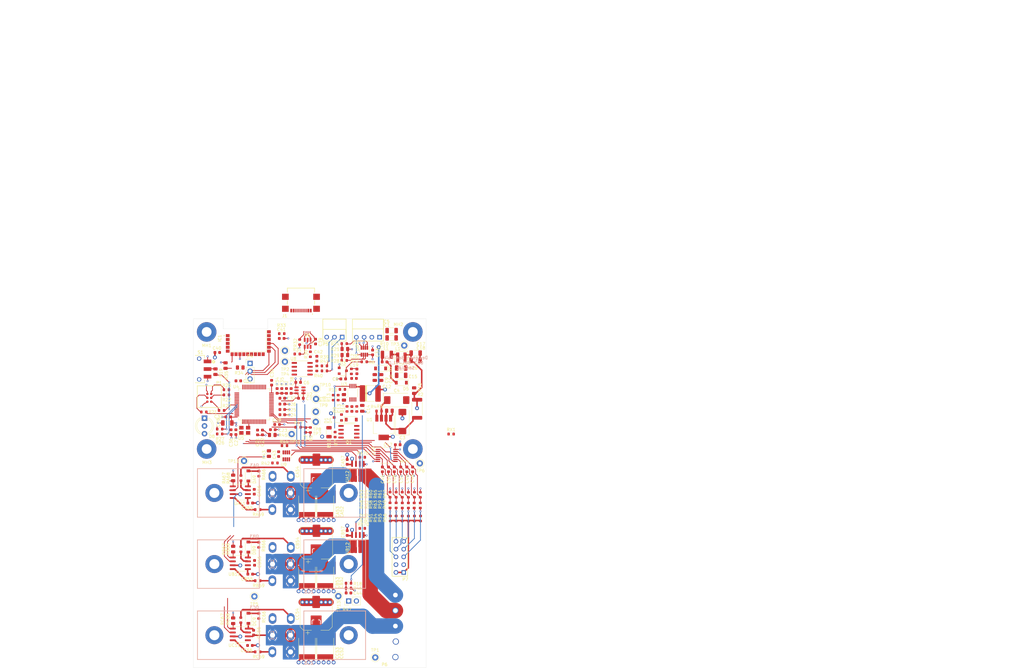
<source format=kicad_pcb>
(kicad_pcb (version 20240108) (generator "pcbnew") (generator_version "8.0")
  (layers (0 "F.Cu" signal "Top Layer") (1 "In1.Cu" power "Ground") (2 "In2.Cu" power "Power") (31 "B.Cu" signal "Bottom Layer") (34 "B.Paste" user "Bottom Paste") (35 "F.Paste" user "Top Paste") (36 "B.SilkS" user "Bottom Overlay") (37 "F.SilkS" user "Top Overlay") (38 "B.Mask" user "Bottom Solder") (39 "F.Mask" user "Top Solder") (44 "Edge.Cuts" user))
  (net 0 "")
  (net 1 "Net-(U1-IN)")
  (net 2 "Net-(D3-K)")
  (net 3 "Net-(D5-A)")
  (net 4 "Net-(U3-CS)")
  (net 5 "Net-(U3-SS)")
  (net 6 "Net-(D5-K)")
  (net 7 "Net-(U3-Comp)")
  (net 8 "Net-(U3-FB)")
  (net 9 "Net-(U4A-PA2)")
  (net 10 "Net-(U4A-PC4)")
  (net 11 "Net-(U10C-I)")
  (net 12 "Net-(U10F-I)")
  (net 13 "Net-(U10A-I)")
  (net 14 "Net-(U10E-I)")
  (net 15 "Net-(U10B-I)")
  (net 16 "Net-(U10D-I)")
  (net 17 "Net-(DA9-K)")
  (net 18 "Net-(DB9-K)")
  (net 19 "GND")
  (net 20 "Net-(DC9-K)")
  (net 21 "Net-(D1-A)")
  (net 22 "Net-(D2-A)")
  (net 23 "+5V")
  (net 24 "+3.3V")
  (net 25 "+BATT")
  (net 26 "Earth")
  (net 27 "/Power Supplies/Motor Voltage Sense")
  (net 28 "Net-(D4-K)")
  (net 29 "+3V0")
  (net 30 "Net-(D6-IO2-Pad4)")
  (net 31 "+VSW")
  (net 32 "Net-(D6-IO1-Pad6)")
  (net 33 "Net-(C11-Pad2)")
  (net 34 "Net-(D8-RK)")
  (net 35 "Net-(D8-GK)")
  (net 36 "Net-(DA9-A)")
  (net 37 "Net-(DB9-A)")
  (net 38 "Net-(DC9-A)")
  (net 39 "Net-(C20-Pad1)")
  (net 40 "/Motor/Phase A Current Sense")
  (net 41 "/Motor/Phase B Current Sense")
  (net 43 "/Processor/Analog In 1")
  (net 44 "/Processor/Analog In 2")
  (net 48 "/Communications/RESETN")
  (net 49 "/Motor/FET Temp")
  (net 55 "Net-(J1-CC1)")
  (net 57 "/Motor/A/Phase")
  (net 58 "Net-(J1-CC2)")
  (net 59 "/Motor/B/Phase")
  (net 61 "/Motor/Phase C")
  (net 65 "/Communications/DP+")
  (net 66 "/Communications/DP-")
  (net 67 "Net-(P1-Pin_2)")
  (net 68 "Net-(P1-Pin_3)")
  (net 69 "Net-(P1-Pin_4)")
  (net 70 "Net-(P1-Pin_6)")
  (net 71 "Net-(P2-Pin_3)")
  (net 72 "Net-(P2-Pin_4)")
  (net 73 "Net-(Q1-S-Pad1)")
  (net 74 "Net-(Q1-G)")
  (net 75 "Net-(U1-~{SD)")
  (net 76 "Net-(U1-~{ERR)")
  (net 77 "Net-(U3-Out)")
  (net 78 "/Communications/BLE_STATUS")
  (net 79 "/Communications/BLE SPI IRQ")
  (net 80 "Net-(U3-UVLO)")
  (net 81 "Net-(U3-RT_Sync)")
  (net 82 "/Communications/BLE SPI CS")
  (net 83 "/Communications/SWTCK")
  (net 84 "/Communications/SWTDIO")
  (net 85 "Net-(U6A-IN_A-)")
  (net 86 "/Communications/BLE SPI CLK")
  (net 87 "/Communications/BLE SPI MISO")
  (net 88 "/Communications/BLE SPI MOSI")
  (net 89 "Net-(U6B-IN_B-)")
  (net 90 "Net-(U8-B)")
  (net 91 "Net-(U8-A)")
  (net 92 "Net-(U9A-IN_A-)")
  (net 93 "Net-(U9B-IN_B-)")
  (net 94 "Net-(UA11-HO)")
  (net 95 "Net-(UA11-LO)")
  (net 96 "Net-(UA12-~{FAULT)")
  (net 97 "Net-(UB11-HO)")
  (net 98 "Net-(UB11-LO)")
  (net 99 "Net-(UB12-~{FAULT)")
  (net 100 "Net-(UC11-HO)")
  (net 101 "/Communications/RS485_D+")
  (net 102 "/Communications/RS485_D-")
  (net 103 "/Motor/Phase B")
  (net 104 "/Motor/Phase A")
  (net 105 "/Motor/Hall A Motor")
  (net 106 "/Motor/Encoder A Motor")
  (net 107 "/Motor/Hall B Motor")
  (net 108 "/Motor/Encoder B Motor")
  (net 109 "/Motor/Hall C Motor")
  (net 110 "/Motor/Encoder Z Motor")
  (net 111 "Net-(UC11-LO)")
  (net 112 "Net-(QA2-PadG)")
  (net 113 "Net-(QA3-PadG)")
  (net 114 "Net-(QB2-PadG)")
  (net 115 "Net-(QB3-PadG)")
  (net 116 "Net-(QC2-PadG)")
  (net 117 "Net-(QC3-PadG)")
  (net 120 "Net-(U4A-PF0-OSC_IN)")
  (net 123 "Net-(R19-Pad1)")
  (net 124 "/Processor/BOOT")
  (net 125 "/Processor/SWDIO")
  (net 126 "/Processor/NRST")
  (net 127 "/Processor/SWCLK")
  (net 128 "/Processor/SWO")
  (net 130 "/Processor/Green LED")
  (net 131 "/Processor/Red LED")
  (net 133 "/Communications/USB DP")
  (net 134 "/Communications/USB DM")
  (net 139 "/Motor/Phase A Upper")
  (net 143 "/Motor/Phase B Upper")
  (net 145 "Net-(#FLG0109-pwr)")
  (net 146 "Net-(#FLG0108-pwr)")
  (net 147 "/Motor/Phase C Upper")
  (net 151 "/Processor/DAC 1")
  (net 152 "/Processor/DAC 2")
  (net 155 "/Motor/Hall A MCU")
  (net 156 "/Motor/Hall B MCU")
  (net 157 "/Motor/Hall C MCU")
  (net 161 "/Motor/Phase A Lower")
  (net 162 "/Motor/Phase B Lower")
  (net 163 "/Motor/Phase C Lower")
  (net 164 "/Motor/Encoder A MCU")
  (net 165 "/Motor/Encoder B MCU")
  (net 166 "/Communications/SCI DIR")
  (net 167 "/Communications/SCI TX")
  (net 168 "/Communications/SCI RX")
  (net 169 "/Motor/Encoder Z MCU")
  (net 170 "/Motor/AI/Sense")
  (net 171 "/Motor/BI/Sense")
  (footprint "Capacitor_SMD:C_0603_1608Metric" (layer "F.Cu") (at 110.415 89.914159 -90)
    (property "Reference" "C48")
    (property "Value" "100pF" (hide yes))
  )
  (footprint "User_Misc:TestPoint" (layer "F.Cu") (at 56.08 87.24)
    (property "Reference" "TP11")
    (property "Value" "~" (hide yes))
  )
  (footprint "LED_THT:LED_D5.0mm-3" (layer "F.Cu") (at 48.235 73.144159 -90)
    (property "Reference" "D8")
    (property "Value" "LED GRN/RED Through-hole" (hide yes))
  )
  (footprint "Capacitor_SMD:C_2220_5650Metric" (layer "F.Cu") (at 102.5345 65.052559)
    (property "Reference" "C12")
    (property "Value" "3.3uF" (hide yes))
  )
  (footprint "Resistor_SMD:R_0603_1608Metric" (layer "F.Cu") (at 118.935 98.244159 90)
    (property "Reference" "R57")
    (property "Value" "3.01K" (hide yes))
  )
  (footprint "Capacitor_SMD:C_0603_1608Metric" (layer "F.Cu") (at 70.215 61.514159 90)
    (property "Reference" "C30")
    (property "Value" "100nF" (hide yes))
  )
  (footprint "Resistor_SMD:R_0603_1608Metric" (layer "F.Cu") (at 82.915 52.214159 90)
    (property "Reference" "R30")
    (property "Value" "10" (hide yes))
  )
  (footprint "Capacitor_SMD:C_0805_2012Metric" (layer "F.Cu") (at 99.915 69.914159 -90)
    (property "Reference" "C14")
    (property "Value" "47nF" (hide yes))
  )
  (footprint "Resistor_SMD:R_0603_1608Metric" (layer "F.Cu") (at 53.815 70.614159 180)
    (property "Reference" "R23")
    (property "Value" "100" (hide yes))
  )
  (footprint "User_Misc:TestPoint" (layer "F.Cu") (at 79.68 66.94)
    (property "Reference" "TP9")
    (property "Value" "~" (hide yes))
  )
  (footprint "Resistor_SMD:R_0805_2012Metric" (layer "F.Cu") (at 94.215 52.454159 180)
    (property "Reference" "R29")
    (property "Value" "10K" (hide yes))
  )
  (footprint "Capacitor_SMD:C_0603_1608Metric" (layer "F.Cu") (at 72.015 75.214159)
    (property "Reference" "C29")
    (property "Value" "100nF" (hide yes))
  )
  (footprint "Resistor_SMD:R_0603_1608Metric" (layer "F.Cu") (at 115.035 98.244159 90)
    (property "Reference" "R65")
    (property "Value" "3.01K" (hide yes))
  )
  (footprint "MountingHole:MountingHole_3.2mm_M3_Pad" (layer "F.Cu") (at 116.4981 44.885761)
    (property "Reference" "MH2")
    (property "Value" "MountingHole_Pad" (hide yes))
  )
  (footprint "Resistor_SMD:R_0603_1608Metric" (layer "F.Cu") (at 78.915 76.114159 180)
    (property "Reference" "R17")
    (property "Value" "100" (hide yes))
  )
  (footprint "Resistor_SMD:R_0603_1608Metric" (layer "F.Cu") (at 113.015 98.214159 90)
    (property "Reference" "R60")
    (property "Value" "3.01K" (hide yes))
  )
  (footprint "Resistor_SMD:R_0805_2012Metric" (layer "F.Cu") (at 57.615 139.514159 -90)
    (property "Reference" "RC67")
    (property "Value" "10K" (hide yes))
  )
  (footprint "Package_TO_SOT_SMD:SOT-223-5" (layer "F.Cu") (at 106.9477 76.203961 -90)
    (property "Reference" "U1")
    (property "Value" "LP3961EMP-3.3/NOPB" (hide yes))
  )
  (footprint "Capacitor_SMD:CP_Elec_10x10" (layer "F.Cu") (at 84.925 114.034159 90)
    (property "Reference" "CB54")
    (property "Value" "33uF")
  )
  (footprint "Capacitor_SMD:C_0805_2012Metric" (layer "F.Cu") (at 104.015 59.814159 -90)
    (property "Reference" "C9")
    (property "Value" "4.7uF" (hide yes))
  )
  (footprint "Connector_PinHeader_2.54mm:PinHeader_1x03_P2.54mm_Vertical" (layer "F.Cu") (at 63.1581 55.198161)
    (property "Reference" "P4")
    (property "Value" "0022057038")
  )
  (footprint "Resistor_SMD:R_0603_1608Metric" (layer "F.Cu") (at 78.615 52.114159)
    (property "Reference" "R31")
    (property "Value" "10" (hide yes))
  )
  (footprint "Resistor_SMD:R_0603_1608Metric" (layer "F.Cu") (at 74.435 82.144159 180)
    (property "Reference" "R44")
    (property "Value" "1K" (hide yes))
  )
  (footprint "User_Connectors:MOLEX RIGHT ANGLE HDR2X5" (layer "F.Cu") (at 113.5009 123.676561 90)
    (property "Reference" "P7")
    (property "Value" "~" (hide yes))
  )
  (footprint "Capacitor_SMD:C_0603_1608Metric" (layer "F.Cu") (at 116.415 89.914159 -90)
    (property "Reference" "C46")
    (property "Value" "100pF" (hide yes))
  )
  (footprint "Resistor_SMD:R_0603_1608Metric" (layer "F.Cu") (at 65.660894 126.407061)
    (property "Reference" "RB69")
    (property "Value" "10")
  )
  (footprint "Resistor_SMD:R_0603_1608Metric" (layer "F.Cu") (at 113.015 106.014159 -90)
    (property "Reference" "R51")
    (property "Value" "1K" (hide yes))
  )
  (footprint "Resistor_SMD:R_0603_1608Metric" (layer "F.Cu") (at 48.015 71.114159 180)
    (property "Reference" "R21")
    (property "Value" "100" (hide yes))
  )
  (footprint "Resistor_SMD:R_0603_1608Metric" (layer "F.Cu") (at 73.535 45.444159 180)
    (property "Reference" "R33")
    (property "Value" "47K" (hide yes))
  )
  (footprint "Resistor_SMD:R_0603_1608Metric" (layer "F.Cu") (at 99.935 85.944159)
    (property "Reference" "RA70")
    (property "Value" "1K" (hide yes))
  )
  (footprint "User_Misc:CAP_CKG57NX7S2A226M500JH" (layer "F.Cu") (at 81.822995 125.141069 -90)
    (property "Reference" "CB53")
    (property "Value" "22uF" (hide yes))
  )
  (footprint "User_Misc:TestPoint" (layer "F.Cu") (at 108.58 49.44)
    (property "Reference" "TP3")
    (property "Value" "~" (hide yes))
  )
  (footprint "Capacitor_SMD:C_0603_1608Metric" (layer "F.Cu") (at 85.035 53.644159 90)
    (property "Reference" "C42")
    (property "Value" "100nF" (hide yes))
  )
  (footprint "User_Misc:CAP_CKG57NX7S2A226M500JH" (layer "F.Cu") (at 81.822995 148.445569 -90)
    (property "Reference" "CC53")
    (property "Value" "22uF" (hide yes))
  )
  (footprint "Resistor_SMD:R_0805_2012Metric" (layer "F.Cu") (at 70.435 78.644159)
    (property "Reference" "R45")
    (property "Value" "10K" (hide yes))
  )
  (footprint "Package_SO:VSSOP-10_3x3mm_P0.5mm" (layer "F.Cu") (at 96.815 64.814159 -90)
    (property "Reference" "U3")
    (property "Value" "LM5020" (hide yes))
  )
  (footprint "Resistor_SMD:R_0603_1608Metric" (layer "F.Cu") (at 109.115 106.014159 -90)
    (property "Reference" "R52")
    (property "Value" "1K" (hide yes))
  )
  (footprint "User_Misc:TestPoint" (layer "F.Cu") (at 86.98 131.54)
    (property "Reference" "TP13")
    (property "Value" "~" (hide yes))
  )
  (footprint "Package_TO_SOT_SMD:SOT-23-8" (layer "F.Cu") (at 100.615 51.214159 -90)
    (property "Reference" "U6")
    (property "Value" "OPA2337" (hide yes))
  )
  (footprint "Resistor_SMD:R_0805_2012Metric" (layer "F.Cu") (at 93.915 66.314159 -90)
    (property "Reference" "R13")
    (property "Value" "10K" (hide yes))
  )
  (footprint "Resistor_SMD:R_0603_1608Metric" (layer "F.Cu") (at 119.015 106.014159 -90)
    (property "Reference" "R56")
    (property "Value" "1K" (hide yes))
  )
  (footprint "Capacitor_SMD:C_0603_1608Metric" (layer "F.Cu") (at 73.715 66.614159)
    (property "Reference" "C37")
    (property "Value" "100nF" (hide yes))
  )
  (footprint "User_Misc:TestPoint" (layer "F.Cu") (at 79.58 74.44)
    (property "Reference" "TP7")
    (property "Value" "~" (hide yes))
  )
  (footprint "Resistor_SMD:R_0805_2012Metric" (layer "F.Cu") (at 57.620897 92.729562 -90)
    (property "Reference" "RA67")
    (property "Value" "10K")
  )
  (footprint "Capacitor_SMD:C_0603_1608Metric" (layer "F.Cu") (at 93.677099 60.272759)
    (property "Reference" "C8")
    (property "Value" "100nF" (hide yes))
  )
  (footprint "Inductor_SMD:L_0603_1608Metric" (layer "F.Cu") (at 75.081666 64.214159 -90)
    (property "Reference" "L2")
    (property "Value" "600" (hide yes))
  )
  (footprint "User_Connectors:TC2030-MCP" (layer "F.Cu") (at 49.799897 63.935761 -90)
    (property "Reference" "P1")
    (property "Value" "~" (hide yes))
  )
  (footprint "Capacitor_SMD:C_0603_1608Metric" (layer "F.Cu") (at 67.215 77.814159 90)
    (property "Reference" "C22")
    (property "Value" "10nF" (hide yes))
  )
  (footprint "User_Misc:TestPoint" (layer "F.Cu") (at 69.48 51.14)
    (property "Reference" "TP2")
    (property "Value" "~" (hide yes))
  )
  (footprint "Resistor_SMD:R_0603_1608Metric" (layer "F.Cu") (at 100.558698 54.67016 180)
    (property "Reference" "R6")
    (property "Value" "499" (hide yes))
  )
  (footprint "Capacitor_SMD:C_0603_1608Metric" (layer "F.Cu") (at 73.715 70.314159 180)
    (property "Reference" "C25")
    (property "Value" "10nF" (hide yes))
  )
  (footprint "MountingHole:MountingHole_3.2mm_M3_Pad" (layer "F.Cu") (at 48.9341 44.885761)
    (property "Reference" "MH1")
    (property "Value" "MountingHole" (hide yes))
  )
  (footprint "Capacitor_SMD:C_0603_1608Metric" (layer "F.Cu") (at 112.515 89.914159 -90)
    (property "Reference" "C51")
    (property "Value" "100pF" (hide yes))
  )
  (footprint "Package_SO:SO-8_3.9x4.9mm_P1.27mm" (layer "F.Cu") (at 95.54 77.589159)
    (property "Reference" "Q1")
    (property "Value" "~" (hide yes))
  )
  (footprint "Capacitor_SMD:C_0603_1608Metric" (layer "F.Cu") (at 56.915 77.714159 -90)
    (property "Reference" "C36")
    (property "Value" "1uF" (hide yes))
  )
  (footprint "Resistor_SMD:R_0603_1608Metric" (layer "F.Cu") (at 53.215 78.314159 180)
    (property "Reference" "R26")
    (property "Value" "100" (hide yes))
  )
  (footprint "User_Connectors:TERMBLK_200_5" (layer "F.Cu") (at 110.7831 151.413361 90)
    (property "Reference" "P6")
    (property "Value" "~" (hide yes))
  )
  (footprint "Diode_SMD:D_SOD-123" (layer "F.Cu") (at 112.715 61.514159 180)
    (property "Reference" "D5")
    (property "Value" "~" (hide yes))
  )
  (footprint "Resistor_SMD:R_0603_1608Metric" (layer "F.Cu") (at 94.015 48.714159 180)
    (property "Reference" "R24")
    (property "Value" "1K" (hide yes))
  )
  (footprint "Resistor_SMD:R_0603_1608Metric" (layer "F.Cu") (at 90.415 66.414159 90)
    (property "Reference" "R1")
    (property "Value" "100K" (hide yes))
  )
  (footprint "User_Misc:TestPoint" (layer "F.Cu") (at 59.48 131.64)
    (property "Reference" "TP5")
    (property "Value" "~" (hide yes))
  )
  (footprint "Resistor_SMD:R_0805_2012Metric" (layer "F.Cu") (at 51.815 57.914159 -90)
    (property "Reference" "R19")
    (property "Value" "10K" (hide yes))
  )
  (footprint "Capacitor_SMD:C_0603_1608Metric" (layer "F.Cu") (at 96.515 70.114159 90)
    (property "Reference" "C13")
    (property "Value" "100pF" (hide yes))
  )
  (footprint "Resistor_SMD:R_0603_1608Metric" (layer "F.Cu") (at 53.215 76.714159 180)
    (property "Reference" "R27")
    (property "Value" "100" (hide yes))
  )
  (footprint "User_Misc:TestPoint" (layer "F.Cu") (at 79.58 71.14)
    (property "Reference" "TP8")
    (property "Value" "~" (hide yes))
  )
  (footprint "User_Misc:CAP_CKG57NX7S2A226M500JH" (layer "F.Cu") (at 87.778396 101.836569 -90)
    (property "Reference" "CA52")
    (property "Value" "22uF" (hide yes))
  )
  (footprint "Package_SO:SOIC-8_3.9x4.9mm_P1.27mm" (layer "F.Cu") (at 59.960897 143.996561)
    (property "Reference" "UC11")
    (property "Value" "IR2183" (hide yes))
  )
  (footprint "Resistor_SMD:R_0603_1608Metric" (layer "F.Cu") (at 118.935 101.744159 90)
    (property "Reference" "R49")
    (property "Value" "1K" (hide yes))
  )
  (footprint "Capacitor_Tantalum_SMD:CP_EIA-7343-31_Kemet-D" (layer "F.Cu") (at 111.2149 67.212361)
    (property "Reference" "C4")
    (property "Value" "220uF" (hide yes))
  )
  (footprint "Resistor_SMD:R_0603_1608Metric" (layer "F.Cu") (at 66.002897 137.960563 90)
    (property "Reference" "RC66")
    (property "Value" "10" (hide yes))
  )
  (footprint "Resistor_SMD:R_0603_1608Metric" (layer "F.Cu") (at 65.660894 103.102561)
    (property "Reference" "RA69")
    (property "Value" "10")
  )
  (footprint "Package_TO_SOT_SMD:SC-59" (layer "F.Cu") (at 93.554497 57.61156)
    (property "Reference" "D3")
    (property "Value" "~" (hide yes))
  )
  (footprint "Diode_SMD:D_SOD-123" (layer "F.Cu") (at 62.596393 92.064065 90)
    (property "Reference" "DA9")
    (property "Value" "~")
  )
  (footprint "Capacitor_SMD:C_1206_3216Metric" (layer "F.Cu") (at 109.535 44.444159)
    (property "Reference" "C5")
    (property "Value" "1000pF" (hide yes))
  )
  (footprint "Resistor_SMD:R_0603_1608Metric" (layer "F.Cu") (at 99.935 109.244159)
    (property "Reference" "RB70")
    (property "Value" "1K")
  )
  (footprint "Capacitor_SMD:C_0603_1608Metric" (layer "F.Cu") (at 81.3191 77.014159 90)
    (property "Reference" "C2")
    (property "Value" "1uF" (hide yes))
  )
  (footprint "Capacitor_SMD:C_0805_2012Metric" (layer "F.Cu") (at 106.115 59.814159 -90)
    (property "Reference" "C10")
    (property "Value" "4.7uF" (hide yes))
  )
  (footprint "Resistor_SMD:R_0603_1608Metric" (layer "F.Cu") (at 60.115 139.314159 90)
    (property "Reference" "RC68")
    (property "Value" "10" (hide yes))
  )
  (footprint "Capacitor_SMD:C_0603_1608Metric" (layer "F.Cu") (at 72.015 64.214159 90)
    (property "Reference" "C34")
    (property "Value" "1uF" (hide yes))
  )
  (footprint "User_Connectors:USB-C Type 2.0 Connector" (layer "F.Cu") (at 79.835001 36.806659 180)
    (property "Reference" "J1")
    (property "Value" "USB4110-GF-A" (hide yes))
  )
  (footprint "Capacitor_SMD:C_1206_3216Metric" (layer "F.Cu") (at 112.660901 56.714159)
    (property "Reference" "C16")
    (property "Value" "47uF" (hide yes))
  )
  (footprint "Package_SO:SO-8_3.9x4.9mm_P1.27mm" (layer "F.Cu") (at 80.235 56.944159)
    (property "Reference" "U8")
    (property "Value" "ST3485EIYDT" (hide yes))
  )
  (footprint "Diode_SMD:D_SOD-123" (layer "F.Cu") (at 62.596393 115.368565 90)
    (property "Reference" "DB9")
    (property "Value" "~")
  )
  (footprint "Resistor_SMD:R_0603_1608Metric" (layer "F.Cu") (at 96.355701 57.814159 90)
    (property "Reference" "R12")
    (property "Value" "15K" (hide yes))
  )
  (footprint "User_Standard:74404031027A" (layer "F.Cu") (at 111.532699 53.268259)
    (property "Reference" "L1")
    (property "Value" "2.7uH" (hide yes))
  )
  (footprint "User_Misc:TestPoint" (layer "F.Cu") (at 69.48 54.74)
    (property "Reference" "TP4")
    (property "Value" "~" (hide yes))
  )
  (footprint "Package_TO_SOT_SMD:SOT-23-6" (layer "F.Cu") (at 79.515 64.014159 180)
    (property "Reference" "U2")
    (property "Value" "LT1790BCS6-3" (hide yes))
  )
  (footprint "Diode_SMD:D_SOD-123" (layer "F.Cu") (at 105.915 56.839159 180)
    (property "Reference" "D2")
    (property "Value" "~" (hide yes))
  )
  (footprint "Capacitor_SMD:C_0603_1608Metric" (layer "F.Cu") (at 64.635 120.544159 -90)
    (property "Reference" "CB56")
    (property "Value" "100nF")
  )
  (footprint "Package_SO:SOIC-8_3.9x4.9mm_P1.27mm" (layer "F.Cu") (at 59.960897 97.387561)
    (property "Reference" "UA11")
    (property "Value" "IR2183")
  )
  (footprint "Package_SO:SOIC-8_3.9x4.9mm_P1.27mm" (layer "F.Cu") (at 98.489497 113.89436 90)
    (property "Reference" "UB12")
    (property "Value" "ACS711")
  )
  (footprint "Resistor_SMD:R_0603_1608Metric" (layer "F.Cu") (at 93.415 63.714159 180)
    (property "Reference" "R16")
    (property "Value" "3.32K" (hide yes))
  )
  (footprint "Resistor_SMD:R_0603_1608Metric" (layer "F.Cu") (at 95.415 127.214159 180)
    (property "Reference" "R18")
    (property "Value" "100" (hide yes))
  )
  (footprint "Capacitor_SMD:C_0603_1608Metric" (layer "F.Cu") (at 70.615 76.914159 180)
    (property "Reference" "C23")
    (property "Value" "10nF" (hide yes))
  )
  (footprint "Resistor_SMD:R_0603_1608Metric" (layer "F.Cu") (at 98.115 70.114159 -90)
    (property "Reference" "R14")
    (property "Value" "63.4K" (hide yes))
  )
  (footprint "User_Misc:TestPoint" (layer "F.Cu") (at 71.68 78.44)
    (property "Reference" "TP12")
    (property "Value" "~" (hide yes))
  )
  (footprint "Resistor_SMD:R_0603_1608Metric" (layer "F.Cu") (at 85.015 56.844159 -90)
    (property "Reference" "R40")
    (property "Value" "200" (hide yes))
  )
  (footprint "MountingHole:MountingHole_3.2mm_M3_Pad" (layer "F.Cu") (at 116.4981 83.239761)
    (property "Reference" "MH4")
    (property "Value" "MountingHole" (hide yes))
  )
  (footprint "User_IC:BLUENRGM2SP" (layer "F.Cu") (at 62.580298 47.374961)
    (property "Reference" "IC1")
    (property "Value" "BLUENRG-M2SP" (hide yes))
  )
  (footprint "Resistor_SMD:R_1206_3216Metric" (layer "F.Cu") (at 89.0153 77.735561 -90)
    (property "Reference" "R11")
    (property "Value" "0.68" (hide yes))
  )
  (footprint "User_Misc:TestPoint" (layer "F.Cu") (at 99.08 151.64)
    (property "Reference" "TP1")
    (property "Value" "~" (hide yes))
  )
  (footprint "Capacitor_SMD:C_0603_1608Metric" (layer "F.Cu") (at 59.315 60.914159 180)
    (property "Reference" "C31")
    (property "Value" "100nF" (hide yes))
  )
  (footprint "User_Misc:CAP_CKG57NX7S2A226M500JH" (layer "F.Cu") (at 87.778396 125.141069 -90)
    (property "Reference" "CB52")
    (property "Value" "22uF" (hide yes))
  )
  (footprint "Resistor_SMD:R_0603_1608Metric" (layer "F.Cu") (at 60.160897 92.776564 90)
    (property "Reference" "RA68")
    (property "Value" "10")
  )
  (footprint "Resistor_SMD:R_0805_2012Metric" (layer "F.Cu") (at 94.215 50.474159 180)
    (property "Reference" "R25")
    (property "Value" "10K" (hide yes))
  )
  (footprint "Capacitor_SMD:C_1206_3216Metric" (layer "F.Cu") (at 112.660901 59.114159)
    (property "Reference" "C15")
    (property "Value" "47uF" (hide yes))
  )
  (footprint "User_Connectors:MOLEX RIGHT ANGLE HDR1X3" (layer "F.Cu") (at 88.267198 46.587561)
    (property "Reference" "P5")
    (property "Value" "0022057038" (hide yes))
  )
  (footprint "Resistor_SMD:R_0603_1608Metric" (layer "F.Cu") (at 95.415 128.814159 180)
    (property "Reference" "R46")
    (property "Value" "1.2K" (hide yes))
  )
  (footprint "Capacitor_SMD:C_0603_1608Metric" (layer "F.Cu") (at 94.984297 110.785172 -90)
    (property "Reference" "CB57")
    (property "Value" "100nF")
  )
  (footprint "Resistor_SMD:R_0603_1608Metric" (layer "F.Cu") (at 109.015 98.214159 90)
    (property "Reference" "R53")
    (property "Value" "3.01K" (hide yes))
  )
  (footprint "User_Misc:TestPoint" (layer "F.Cu") (at 113.68 88.04)
    (property "Reference" "TP6")
    (property "Value" "~" (hide yes))
  )
  (footprint "Capacitor_SMD:C_0603_1608Metric" (layer "F.Cu") (at 78.917898 61.415759)
    (property "Reference" "C6")
    (property "Value" "100pF" (hide yes))
  )
  (footprint "Capacitor_SMD:C_0603_1608Metric" (layer "F.Cu") (at 73.715 68.514159)
    (property "Reference" "C26")
    (property "Value" "100nF" (hide yes))
  )
  (footprint "Resistor_SMD:R_0603_1608Metric" (layer "F.Cu") (at 66.035 91.319159 90)
    (property "Reference" "RA66")
    (property "Value" "10")
  )
  (footprint "Capacitor_SMD:C_0603_1608Metric" (layer "F.Cu") (at 111.535 81.844159)
    (property "Reference" "C47")
    (property "Value" "100nF" (hide yes))
  )
  (footprint "Resistor_SMD:R_0603_1608Metric" (layer "F.Cu") (at 111.015 106.014159 -90)
    (property "Reference" "R50")
    (property "Value" "1K" (hide yes))
  )
  (footprint "Resistor_SMD:R_0603_1608Metric" (layer "F.Cu") (at 109.015 101.714159 90)
    (property "Reference" "R48")
    (property "Value" "1K" (hide yes))
  )
  (footprint "Diode_SMD:D_SOD-123" (layer "F.Cu") (at 62.615 138.714159 90)
    (property "Reference" "DC9")
    (property "Value" "~" (hide yes))
  )
  (footprint "Resistor_SMD:R_0603_1608Metric" (layer "F.Cu") (at 82.915 77.014159 -90)
    (property "Reference" "R5")
    (property "Value" "3.09K" (hide yes))
  )
  (footprint "Capacitor_SMD:C_0603_1608Metric" (layer "F.Cu") (at 64.315 143.414159 -90)
    (property "Reference" "CC56")
    (property "Value" "100nF" (hide yes))
  )
  (footprint "Resistor_SMD:R_0603_1608Metric" (layer "F.Cu") (at 129.035 78.344159)
    (property "Reference" "RX1")
    (property "Value" "5.1K" (hide yes))
  )
  (footprint "Resistor_SMD:R_0603_1608Metric" (layer "F.Cu") (at 71.315 87.814159 180)
    (property "Reference" "R42")
    (property "Value" "1K" (hide yes))
  )
  (footprint "User_Misc:CAP_CKG57NX7S2A226M500JH" (layer "F.Cu") (at 87.778396 148.445569 -90)
    (property "Reference" "CC52")
    (property "Value" "22uF" (hide yes))
  )
  (footprint "Capacitor_SMD:C_0603_1608Metric" (layer "F.Cu") (at 72.515 84.914159 -90)
    (property "Reference" "C43")
    (property "Value" "1uF" (hide yes))
  )
  (footprint "Capacitor_SMD:C_0603_1608Metric" (layer "F.Cu") (at 64.535 97.244159 -90)
    (property "Reference" "CA56")
    (property "Value" "100nF")
  )
  (footprint "Capacitor_SMD:C_0603_1608Metric" (layer "F.Cu") (at 114.515 89.914159 -90)
    (property "Reference" "C49")
    (property "Value" "100pF" (hide yes))
  )
  (footprint "Package_QFP:LQFP-64_10x10mm_P0.5mm" (layer "F.Cu") (at 64.49 68.614159 90)
    (property "Reference" "U4")
    (property "Value" "STM32G474RET6" (hide yes))
  )
  (footprint "Capacitor_SMD:C_1206_3216Metric" (layer "F.Cu") (at 55.715 74.714159 180)
    (property "Reference" "C28")
    (property "Value" "10uF" (hide yes))
  )
  (footprint "Package_SO:SOIC-8_3.9x4.9mm_P1.27mm" (layer "F.Cu") (at 98.489497 90.58986 90)
    (property "Reference" "UA12")
    (property "Value" "ACS711" (hide yes))
  )
  (footprint "Resistor_SMD:R_0603_1608Metric" (layer "F.Cu") (at 65.660894 149.711561)
    (property "Reference" "RC69")
    (property "Value" "10" (hide yes))
  )
  (footprint "Resistor_SMD:R_1210_3225Metric" (layer "F.Cu") (at 107.989303 52.347162)
    (property "Reference" "R10")
    (property "Value" "10" (hide yes))
  )
  (footprint "Capacitor_SMD:C_0603_1608Metric" (layer "F.Cu") (at 97.215 60.114159)
    (property "Reference" "C19")
    (property "Value" "22pF" (hide yes))
  )
  (footprint "User_Misc:TestPoint" (layer "F.Cu") (at 79.68 63.54)
    (property "Reference" "TP10")
    (property "Value" "~" (hide yes))
  )
  (footprint "Capacitor_SMD:C_0603_1608Metric" (layer "F.Cu") (at 79.815 66.614159)
    (property "Reference" "C7")
    (property "Value" "1uF" (hide yes))
  )
  (footprint "Resistor_SMD:R_0603_1608Metric" (layer "F.Cu") (at 115.035 106.044159 -90)
    (property "Reference" "R54")
    (property "Value" "1K" (hide yes))
  )
  (footprint "Capacitor_SMD:C_0603_1608Metric" (layer "F.Cu") (at 52.415 51.614159 180)
    (property "Reference" "C40")
    (property "Value" "100nF" (hide yes))
  )
  (footprint "Capacitor_SMD:CP_Elec_10x10" (layer "F.Cu") (at 84.895 90.736659 90)
    (property "Reference" "CA54")
    (property "Value" "33uF")
  )
  (footprint "Resistor_SMD:R_0603_1608Metric" (layer "F.Cu") (at 55.415 65.514159 180)
    (property "Reference" "R22")
    (property "Value" "100" (hide yes))
  )
  (footprint "Resistor_SMD:R_0603_1608Metric" (layer "F.Cu") (at 66.002897 114.656063 90)
    (property "Reference" "RB66")
    (property "Value" "10")
  )
  (footprint "Resistor_SMD:R_0603_1608Metric" (layer "F.Cu") (at 94.015 54.214159)
    (property "Reference" "R28")
    (property "Value" "1K" (hide yes))
  )
  (footprint "User_Misc:CAP_CKG57NX7S2A226M500JH" (layer "F.Cu") (at 81.822995 101.836569 -90)
    (property "Reference" "CA53")
    (property "Value" "22uF" (hide yes))
  )
  (footprint "Resistor_SMD:R_0603_1608Metric" (layer "F.Cu") (at 94.915 70.114159 -90)
    (property "Reference" "R9")
    (property "Value" "100" (hide yes))
  )
  (footprint "Resistor_SMD:R_0603_1608Metric" (layer "F.Cu") (at 111.015 98.214159 90)
    (property "Reference" "R64")
    (property "Value" "3.01K" (hide yes))
  )
  (footprint "Package_SO:TSSOP-14_4.4x5mm_P0.65mm" (layer "F.Cu") (at 107.935 85.344159)
    (property "Reference" "U10")
    (property "Value" "SN74LV14APWRG3")
  )
  (footprint "Resistor_SMD:R_0603_1608Metric" (layer "F.Cu") (at 91.015 78.514159 -90)
    (property "Reference" "R7")
    (property "Value" "10" (hide yes))
  )
  (footprint "Resistor_SMD:R_2512_6332Metric" (layer "F.Cu") (at 117.8951 70.059361 90)
    (property "Reference" "R2")
    (property "Value" "3" (hide yes))
  )
  (footprint "Resistor_SMD:R_0603_1608Metric" (layer "F.Cu") (at 55.415 63.814159 180)
    (property "Reference" "R20")
    (property "Value" "100" (hide yes))
  )
  (footprint "User_Misc:JS102011SAQN" (layer "F.Cu") (at 48.222831 57.044159 -90)
    (property "Reference" "S1")
    (property "Value" "JS102011SAQN" (hide yes))
  )
  (footprint "Capacitor_SMD:C_0603_1608Metric" (layer "F.Cu") (at 103.315 51.614159 90)
    (property "Reference" "C33")
    (property "Value" "1uF" (hide yes))
  )
  (footprint "Capacitor_SMD:C_0603_1608Metric" (layer "F.Cu") (at 73.515 47.014159)
    (property "Reference" "C41")
    (property "Value" "10nF" (hide yes))
  )
  (footprint "Resistor_SMD:R_0603_1608Metric" (layer "F.Cu") (at 87.515 56.014159)
    (property "Reference" "R39")
    (property "Value" "10" (hide yes))
  )
  (footprint "Resistor_SMD:R_0603_1608Metric" (layer "F.Cu") (at 116.935 101.744159 90)
    (property "Reference" "R59")
    (property "Value" "1K" (hide yes))
  )
  (footprint "Resistor_SMD:R_0805_2012Metric" (layer "F.Cu") (at 108.815 70.714159)
    (property "Reference" "R3")
    (property "Value" "10K" (hide yes))
  )
  (footprint "Capacitor_SMD:C_0603_1608Metric" (layer "F.Cu") (at 76.615 64.214159 90)
    (property "Reference" "C38")
    (property "Value" "1uF" (hide yes))
  )
  (footprint "Capacitor_SMD:C_0603_1608Metric" (layer "F.Cu") (at 84.615 48.044159 -90)
    (property "Reference" "C39")
    (property "Value" "10nF" (hide yes))
  )
  (footprint "Resistor_SMD:R_0603_1608Metric" (layer "F.Cu") (at 92.015 66.414159 90)
    (property "Reference" "R8")
    (property "Value" "140K" (hide yes))
  )
  (footprint "Package_TO_SOT_SMD:SOT-23-8" (layer "F.Cu") (at 75.035 85.484159 90)
    (property "Reference" "U9")
    (property "Value" "OPA2337" (hide yes))
  )
  (footprint "Resistor_SMD:R_0805_2012Metric" (layer "F.Cu") (at 57.620897 116.034062 -90)
    (property "Reference" "RB67")
    (property "Value" "10K")
  )
  (footprint "Package_TO_SOT_SMD:SOT-23-6" (layer "F.Cu") (at 82.015 48.614159 -90)
    (property "Reference" "D6")
    (property "Value" "USBLC6-2SC6" (hide yes))
  )
  (footprint "Resistor_SMD:R_0603_1608Metric" (layer "F.Cu") (at 117.015 106.014159 -90)
    (property "Reference" "R55")
    (property "Value" "1K" (hide yes))
  )
  (footprint "Capacitor_SMD:C_0603_1608Metric" (layer "F.Cu") (at 106.515 89.914159 -90)
    (property "Reference" "C45")
    (property "Value" "100pF" (hide yes))
  )
  (footprint "Capacitor_SMD:C_0603_1608Metric" (layer "F.Cu") (at 94.984297 87.480672 -90)
    (property "Reference" "CA57")
    (property "Value" "100nF" (hide yes))
  )
  (footprint "Resistor_SMD:R_0805_2012Metric" (layer "F.Cu") (at 55.115 55.914159 90)
    (property "Reference" "R35")
    (property "Value" "57.6" (hide yes))
  )
  (footprint "Capacitor_SMD:C_0603_1608Metric" (layer "F.Cu") (at 63.208894 124.248061)
    (property "Reference" "CB55")
    (property "Value" "100nF")
  )
  (footprint "Capacitor_SMD:C_0603_1608Metric" (layer "F.Cu") (at 108.515 89.914159 -90)
    (property "Reference" "C50")
    (property "Value" "100pF" (hide yes))
  )
  (footprint "User_Connectors:MOLEX RIGHT ANGLE HDR1X4" (layer "F.Cu") (at 97.981497 46.612961)
    (property "Reference" "P2")
    (property "Value" "~" (hide yes))
  )
  (footprint "Capacitor_SMD:C_0603_1608Metric" (layer "F.Cu") (at 98.157702 57.814159 -90)
    (property "Reference" "C20")
    (property "Value" "3.3nF" (hide yes))
  )
  (footprint "Resistor_SMD:R_0603_1608Metric" (layer "F.Cu") (at 115.035 101.744159 90)
    (property "Reference" "R63")
    (property "Value" "1K" (hide yes))
  )
  (footprint "Capacitor_SMD:C_0603_1608Metric" (layer "F.Cu") (at 107.215301 54.720962)
    (property "Reference" "C11")
    (property "Value" "100pF" (hide yes))
  )
  (footprint "Resistor_SMD:R_0805_2012Metric" (layer "F.Cu") (at 116.915 64.114159 90)
    (property "Reference" "R15")
    (property "Value" "10K" (hide yes))
  )
  (footprint "Capacitor_SMD:C_0603_1608Metric" (layer "F.Cu") (at 95.415 130.414159)
    (property "Reference" "C44")
    (property "Value" "100nF" (hide yes))
  )
  (footprint "Resistor_SMD:R_0805_2012Metric" (layer "F.Cu") (at 59.935 56.544159)
    (property "Reference" "R34")
    (property "Value" "10K" (hide yes))
  )
  (footprint "Resistor_SMD:R_0603_1608Metric" (layer "F.Cu") (at 87.535 57.644159)
    (property "Reference" "R41")
    (property "Value" "10" (hide yes))
  )
  (footprint "Crystal:Crystal_SMD_Abracon_ABM8G-4Pin_3.2x2.5mm" (layer "F.Cu") (at 61.415 77.114159)
    (property "Reference" "U5")
    (property "Value" "ASE-8.000MHZ-LC-T" (hide yes))
  )
  (footprint "Package_SO:SOIC-8_3.9x4.9mm_P1.27mm" (layer "F.Cu") (at 59.960897 120.692061)
    (property "Reference" "UB11")
    (property "Value" "IR2183")
  )
  (footprint "Resistor_SMD:R_0603_1608Metric" (layer "F.Cu") (at 105.415 70.814159)
    (property "Reference" "R4")
    (property "Value" "49.9K" (hide yes))
  )
  (footprint "MountingHole:MountingHole_3.2mm_M3_Pad" (layer "F.Cu") (at 48.9341 83.239761)
    (property "Reference" "MH3")
    (property "Value" "MountingHole" (hide yes))
  )
  (footprint "Resistor_SMD:R_0603_1608Metric" (layer "F.Cu") (at 113.035 101.744159 90)
    (property "Reference" "R58")
    (property "Value" "1K" (hide yes))
  )
  (footprint "Capacitor_SMD:C_0603_1608Metric" (layer "F.Cu") (at 65.615 77.814159 90)
    (property "Reference" "C21")
    (property "Value" "10nF" (hide yes))
  )
  (footprint "Capacitor_SMD:C_0603_1608Metric" (layer "F.Cu") (at 73.548333 64.214159 90)
    (property "Reference" "C35")
    (property "Value" "100nF" (hide yes))
  )
  (footprint "Resistor_SMD:R_0603_1608Metric" (layer "F.Cu") (at 79.415 48.214159 90)
    (property "Reference" "R32")
    (property "Value" "5.1K" (hide yes))
  )
  (footprint "Capacitor_SMD:C_1206_3216Metric" (layer "F.Cu") (at 109.535 46.844159)
    (property "Reference" "C1")
    (property "Value" "1000pF" (hide yes))
  )
  (footprint "Diode_SMD:D_SOD-123" (layer "F.Cu") (at 96.315 73.614159)
    (property "Reference" "D4")
    (property "Value" "~" (hide yes))
  )
  (footprint "Capacitor_SMD:CP_Elec_10x10" (layer "F.Cu") (at 84.815 137.346659 90)
    (property "Reference" "CC54")
    (property "Value" "33uF")
  )
  (footprint "Resistor_SMD:R_0603_1608Metric" (layer "F.Cu") (at 60.160897 116.081064 90)
    (property "Reference" "RB68")
    (property "Value" "10")
  )
  (footprint "Resistor_SMD:R_0603_1608Metric" (layer "F.Cu") (at 111.015 101.714159 90)
    (property "Reference" "R62")
    (property "Value" "1K" (hide yes))
  )
  (footprint "Capacitor_SMD:C_0603_1608Metric" (layer "F.Cu") (at 56.015 72.714159 180)
    (property "Reference" "C32")
    (property "Value" "100nF" (hide yes))
  )
  (footprint "Connector_PinHeader_2.54mm:PinHeader_1x02_P2.54mm_Vertical" (layer "F.Cu") (at 95.46 133.044159 90)
    (property "Reference" "R47")
    (property "Value" "1k" (hide yes))
  )
  (footprint "Capacitor_Tantalum_SMD:CP_EIA-7343-31_Kemet-D" (layer "F.Cu") (at 113.0691 74.235861 90)
    (property "Reference" "C3")
    (property "Value" "220uF" (hide yes))
  )
  (footprint "Capacitor_SMD:C_0603_1608Metric" (layer "F.Cu") (at 58.515 77.714159 -90)
    (property "Reference" "C27")
    (property "Value" "10nF" (hide yes))
  )
  (footprint "Capacitor_SMD:C_0603_1608Metric" (layer "F.Cu") (at 63.115 147.614159)
    (property "Reference" "CC55")
    (property "Value" "100nF" (hide yes))
  )
  (footprint "Capacitor_SMD:C_1206_3216Metric" (layer "F.Cu") (at 117.415 51.814159)
    (property "Reference" "C17")
    (property "Value" "47uF" (hide yes))
  )
  (footprint "Capacitor_SMD:C_0603_1608Metric" (layer "F.Cu") (at 63.208894 100.943561)
    (property "Reference" "CA55")
    (property "Value" "100nF" (hide yes))
  )
  (footprint "Capacitor_SMD:C_0603_1608Metric" (layer "F.Cu") (at 73.715 72.014159 180)
    (property "Reference" "C24")
    (property "Value" "10nF" (hide yes))
  )
  (footprint "Resistor_SMD:R_0805_2012Metric" (layer "F.Cu") (at 69.335 84.744159 90)
    (property "Reference" "R43")
    (property "Value" "10K" (hide yes))
  )
  (footprint "Capacitor_SMD:C_1206_3216Metric" (layer "F.Cu") (at 117.415 54.214159)
    (property "Reference" "C18")
    (property "Value" "47uF" (hide yes))
  )
  (footprint "Resistor_SMD:R_0603_1608Metric" (layer "F.Cu") (at 117.015 98.214159 90)
    (property "Reference" "R61")
    (property "Value" "3.01K" (hide yes))
  )
  (footprint "Package_TO_SOT_SMD:SC-59" (layer "F.Cu") (at 91.915 72.914159 180)
    (property "Reference" "D1")
    (property "Value" "~" (hide yes))
  )
  (footprint "User_Transistors:TO-247AC FaceDown" (layer "B.Cu") (at 76.416897 144.250561 90)
    (property "Reference" "QC2")
    (property "Value" "MOSFET N-CH 200V 50A" (hide yes))
  )
  (footprint "User_Transistors:TO-247AC FaceDown" (layer "B.Cu") (at 70.522898 144.250561 -90)
    (property "Reference" "QC3")
    (property "Value" "MOSFET N-CH 200V 50A" (hide yes))
  )
  (footprint "User_Transistors:TO-247AC FaceDown" (layer "B.Cu") (at 76.416897 120.946061 90)
    (property "Reference" "QB2")
    (property "Value" "MOSFET N-CH 200V 50A" (hide yes))
  )
  (footprint "User_Transistors:TO-247AC FaceDown" (layer "B.Cu") (at 70.522898 97.641561 -90)
    (property "Reference" "QA3")
    (property "Value" "MOSFET N-CH 200V 50A" (hide yes))
  )
  (footprint "User_Transistors:TO-247AC FaceDown" (layer "B.Cu") (at 70.522898 120.946061 -90)
    (property "Reference" "QB3")
    (property "Value" "MOSFET N-CH 200V 50A" (hide yes))
  )
  (footprint "User_Transistors:TO-247AC FaceDown" (layer "B.Cu") (at 76.416897 97.641561 90)
    (property "Reference" "QA2")
    (property "Value" "MOSFET N-CH 200V 50A" (hide yes))
  )
  (gr_poly (pts (xy 100.884471 67.627557) (xy 100.884471 62.377557) (xy 101.434472 62.377557) (xy 101.434472 67.627557)) (fill solid) (layer "F.SilkS"))
  (gr_line (start 44.6161 40.567761) (end 54.3189 40.567761) (stroke (width 0.05)) (layer "Edge.Cuts"))
  (gr_line (start 120.8161 40.567761) (end 120.8161 154.867761) (stroke (width 0.05)) (layer "Edge.Cuts"))
  (gr_line (start 54.3189 40.567761) (end 54.3189 43.869761) (stroke (width 0.05)) (layer "Edge.Cuts"))
  (gr_line (start 69.0001 43.869761) (end 69.0001 40.567756) (stroke (width 0.05)) (layer "Edge.Cuts"))
  (gr_line (start 69.0001 40.567756) (end 120.8161 40.567761) (stroke (width 0.05)) (layer "Edge.Cuts"))
  (gr_line (start 44.6161 154.867761) (end 44.6161 40.567761) (stroke (width 0.05)) (layer "Edge.Cuts"))
  (gr_line (start 120.8161 154.867761) (end 44.6161 154.867761) (stroke (width 0.05)) (layer "Edge.Cuts"))
  (gr_line (start 54.3189 43.869761) (end 69.0001 43.869761) (stroke (width 0.05)) (layer "Edge.Cuts"))
  (gr_text "002-001-V1.0" (at 114.2121 55.020361 0) (layer "B.SilkS") (effects (font (size 0.999998 0.999998) (thickness 0.170002)) (justify mirror)))
  (gr_text "Designer: Ben Paik" (at 114.2121 53.343961 0) (layer "B.SilkS") (effects (font (size 0.999998 0.999998) (thickness 0.170002)) (justify mirror)))
  (gr_text "Serial#:" (at 114.2121 56.696761 0) (layer "B.SilkS") (effects (font (size 0.999998 0.999998) (thickness 0.170002)) (justify mirror)))
  (segment (start 63.033721 80.242561) (end 63.236921 80.445761) (width 0.254) (layer "F.Cu") (net 0))
  (segment (start 62.572871 80.775961) (end 62.801473 81.004564) (width 0.254) (layer "F.Cu") (net 0))
  (segment (start 62.937495 80.242561) (end 63.033721 80.242561) (width 0.254) (layer "F.Cu") (net 0))
  (segment (start 63.236921 80.445761) (end 103.925102 80.445761) (width 0.254) (layer "F.Cu") (net 0))
  (segment (start 61.744648 80.775961) (end 62.572871 80.775961) (width 0.254) (layer "F.Cu") (net 0))
  (segment (start 62.801473 81.004564) (end 102.985302 81.004564) (width 0.254) (layer "F.Cu") (net 0))
  (segment (start 81.268096 76.076961) (end 81.3191 76.127964) (width 0.254) (layer "F.Cu") (net 0))
  (segment (start 81.3191 76.127964) (end 82.8685 76.127964) (width 0.254) (layer "F.Cu") (net 0))
  (segment (start 79.717099 76.076961) (end 81.268096 76.076961) (width 0.254) (layer "F.Cu") (net 0))
  (segment (start 60.9102 81.450473) (end 60.9229 81.463173) (width 0.254) (layer "B.Cu") (net 0))
  (segment (start 93.616862 91.812261) (end 93.835 91.844159) (width 5.08) (layer "B.Cu") (net 0))
  (segment (start 81.6747 120.679361) (end 85.324149 120.679361) (width 5.08) (layer "B.Cu") (net 0))
  (segment (start 84.8497 96.701761) (end 89.7392 91.812261) (width 5.08) (layer "B.Cu") (net 0))
  (segment (start 84.8497 120.006261) (end 89.7392 115.116761) (width 5.08) (layer "B.Cu") (net 0))
  (segment (start 93.835 91.844159) (end 93.680658 91.812261) (width 5.08) (layer "B.Cu") (net 0))
  (segment (start 93.680658 91.812261) (end 93.64876 91.812261) (width 5.08) (layer "B.Cu") (net 0))
  (segment (start 89.7392 91.812261) (end 93.616862 91.812261) (width 5.08) (layer "B.Cu") (net 0))
  (segment (start 89.7392 115.116761) (end 93.64876 115.116761) (width 5.08) (layer "B.Cu") (net 0))
  (segment (start 92.429499 56.68656) (end 92.429499 55.492362) (width 0.254) (layer "F.Cu") (net 2))
  (segment (start 91.657098 60.252761) (end 92.8271 60.252761) (width 0.254) (layer "F.Cu") (net 2))
  (via (at 91.657098 60.252761) (size 0.6096) (drill 0.3048) (layers "F.Cu" "B.Cu") (net 2))
  (via (at 92.429499 55.492362) (size 0.6096) (drill 0.3048) (layers "F.Cu" "B.Cu") (net 2))
  (segment (start 111.286698 53.51426) (end 111.532699 53.268259) (width 0.508) (layer "F.Cu") (net 6))
  (segment (start 109.514304 52.277161) (end 111.286698 52.277161) (width 0.508) (layer "F.Cu") (net 6))
  (segment (start 111.286698 52.277161) (end 111.532699 52.523163) (width 0.508) (layer "F.Cu") (net 6))
  (segment (start 111.532699 53.268259) (end 111.532699 52.523163) (width 0.508) (layer "F.Cu") (net 6))
  (segment (start 70.320894 76.076961) (end 78.0171 76.076961) (width 0.254) (layer "F.Cu") (net 9))
  (segment (start 96.303299 127.232561) (end 96.303299 125.989761) (width 0.254) (layer "F.Cu") (net 10))
  (via (at 96.303299 125.989761) (size 0.6096) (drill 0.3048) (layers "F.Cu" "B.Cu") (net 10))
  (segment (start 96.303299 125.989761) (end 96.303299 124.758563) (width 0.254) (layer "B.Cu") (net 10))
  (segment (start 99.93825 72.292361) (end 99.938252 121.12361) (width 0.254) (layer "B.Cu") (net 10))
  (segment (start 96.303299 124.758563) (end 99.938252 121.12361) (width 0.254) (layer "B.Cu") (net 10))
  (segment (start 108.1415 98.074161) (end 109.0559 98.988561) (width 0.254) (layer "F.Cu") (net 11))
  (segment (start 105.869421 85.99688) (end 106.4905 86.617958) (width 0.254) (layer "F.Cu") (net 11))
  (segment (start 108.1415 98.074161) (end 108.1415 92.104358) (width 0.254) (layer "F.Cu") (net 11))
  (segment (start 107.4811 91.443958) (end 108.1415 92.104358) (width 0.254) (layer "F.Cu") (net 11))
  (segment (start 109.0559 100.664161) (end 109.0559 99.038561) (width 0.254) (layer "F.Cu") (net 11))
  (segment (start 106.4905 89.080961) (end 107.4811 90.071561) (width 0.254) (layer "F.Cu") (net 11))
  (segment (start 109.0559 99.038561) (end 109.0559 98.988561) (width 0.254) (layer "F.Cu") (net 11))
  (segment (start 106.4905 89.030961) (end 106.4905 86.617958) (width 0.254) (layer "F.Cu") (net 11))
  (segment (start 104.9665 85.967721) (end 104.995659 85.99688) (width 0.254) (layer "F.Cu") (net 11))
  (segment (start 107.4811 91.443958) (end 107.4811 90.071561) (width 0.254) (layer "F.Cu") (net 11))
  (segment (start 106.4905 89.080961) (end 106.4905 89.030961) (width 0.254) (layer "F.Cu") (net 11))
  (segment (start 104.995659 85.99688) (end 105.869421 85.99688) (width 0.254) (layer "F.Cu") (net 11))
  (segment (start 117.4125 91.393959) (end 117.9967 91.978159) (width 0.254) (layer "F.Cu") (net 12))
  (segment (start 110.711134 84.016155) (end 110.740293 84.045314) (width 0.254) (layer "F.Cu") (net 12))
  (segment (start 111.486253 84.045314) (end 116.4219 88.980961) (width 0.254) (layer "F.Cu") (net 12))
  (segment (start 117.4125 91.393959) (end 117.4125 90.021561) (width 0.254) (layer "F.Cu") (net 12))
  (segment (start 117.9967 98.047961) (end 118.9873 99.038561) (width 0.254) (layer "F.Cu") (net 12))
  (segment (start 117.9967 98.047961) (end 117.9967 91.978159) (width 0.254) (layer "F.Cu") (net 12))
  (segment (start 116.4219 89.030961) (end 117.4125 90.021561) (width 0.254) (layer "F.Cu") (net 12))
  (segment (start 116.4219 89.030961) (end 116.4219 88.980961) (width 0.254) (layer "F.Cu") (net 12))
  (segment (start 110.740293 84.045314) (end 111.486253 84.045314) (width 0.254) (layer "F.Cu") (net 12))
  (segment (start 118.9873 100.664161) (end 118.9873 99.038561) (width 0.254) (layer "F.Cu") (net 12))
  (segment (start 110.46306 89.030961) (end 110.46306 88.980961) (width 0.254) (layer "F.Cu") (net 13))
  (segment (start 108.648943 87.166845) (end 108.648943 86.322805) (width 0.254) (layer "F.Cu") (net 13))
  (segment (start 110.46306 89.030961) (end 111.45366 90.021561) (width 0.254) (layer "F.Cu") (net 13))
  (segment (start 112.03786 98.047961) (end 113.02846 99.038561) (width 0.254) (layer "F.Cu") (net 13))
  (segment (start 112.03786 98.047961) (end 112.03786 91.978159) (width 0.254) (layer "F.Cu") (net 13))
  (segment (start 111.45366 91.393959) (end 111.45366 90.021561) (width 0.254) (layer "F.Cu") (net 13))
  (segment (start 113.02846 100.664161) (end 113.02846 99.038561) (width 0.254) (layer "F.Cu") (net 13))
  (segment (start 105.0427 83.442961) (end 105.769099 83.442961) (width 0.254) (layer "F.Cu") (net 13))
  (segment (start 111.45366 91.393959) (end 112.03786 91.978159) (width 0.254) (layer "F.Cu") (net 13))
  (segment (start 104.9665 83.366761) (end 105.0427 83.442961) (width 0.254) (layer "F.Cu") (net 13))
  (segment (start 108.648943 87.166845) (end 110.46306 88.980961) (width 0.254) (layer "F.Cu") (net 13))
  (segment (start 105.769099 83.442961) (end 108.648943 86.322805) (width 0.254) (layer "F.Cu") (net 13))
  (segment (start 114.062618 88.657959) (end 114.062618 87.713077) (width 0.254) (layer "F.Cu") (net 14))
  (segment (start 115.42622 91.393959) (end 115.42622 90.021561) (width 0.254) (layer "F.Cu") (net 14))
  (segment (start 114.062618 88.657959) (end 114.43562 89.030961) (width 0.254) (layer "F.Cu") (net 14))
  (segment (start 116.01042 98.047961) (end 117.00102 99.038561) (width 0.254) (layer "F.Cu") (net 14))
  (segment (start 116.01042 98.047961) (end 116.01042 91.978159) (width 0.254) (layer "F.Cu") (net 14))
  (segment (start 117.00102 100.664161) (end 117.00102 99.038561) (width 0.254) (layer "F.Cu") (net 14))
  (segment (start 110.711134 85.314941) (end 111.664482 85.314941) (width 0.254) (layer "F.Cu") (net 14))
  (segment (start 111.664482 85.314941) (end 114.062618 87.713077) (width 0.254) (layer "F.Cu") (net 14))
  (segment (start 115.42622 91.393959) (end 116.01042 91.978159) (width 0.254) (layer "F.Cu") (net 14))
  (segment (start 114.43562 89.030961) (end 115.42622 90.021561) (width 0.254) (layer "F.Cu") (net 14))
  (segment (start 104.9665 84.667241) (end 104.995659 84.6964) (width 0.254) (layer "F.Cu") (net 15))
  (segment (start 110.05158 98.047961) (end 111.04218 99.038561) (width 0.254) (layer "F.Cu") (net 15))
  (segment (start 109.46738 91.626841) (end 110.05158 92.211041) (width 0.254) (layer "F.Cu") (net 15))
  (segment (start 108.1161 88.670281) (end 108.47678 89.030961) (width 0.254) (layer "F.Cu") (net 15))
  (segment (start 110.05158 98.047961) (end 110.05158 92.211041) (width 0.254) (layer "F.Cu") (net 15))
  (segment (start 108.1161 88.670281) (end 108.1161 86.952123) (width 0.254) (layer "F.Cu") (net 15))
  (segment (start 105.860376 84.6964) (end 108.1161 86.952123) (width 0.254) (layer "F.Cu") (net 15))
  (segment (start 111.04218 100.664161) (end 111.04218 99.038561) (width 0.254) (layer "F.Cu") (net 15))
  (segment (start 109.46738 91.626841) (end 109.46738 90.021561) (width 0.254) (layer "F.Cu") (net 15))
  (segment (start 108.47678 89.030961) (end 109.46738 90.021561) (width 0.254) (layer "F.Cu") (net 15))
  (segment (start 104.995659 84.6964) (end 105.860376 84.6964) (width 0.254) (layer "F.Cu") (net 15))
  (segment (start 108.47678 89.080961) (end 108.47678 89.030961) (width 0.254) (layer "F.Cu") (net 15))
  (segment (start 114.02414 98.047961) (end 114.02414 91.978159) (width 0.254) (layer "F.Cu") (net 16))
  (segment (start 115.01474 100.664161) (end 115.01474 99.038561) (width 0.254) (layer "F.Cu") (net 16))
  (segment (start 111.667444 86.613305) (end 112.44934 87.395201) (width 0.254) (layer "F.Cu") (net 16))
  (segment (start 113.43994 91.393959) (end 114.02414 91.978159) (width 0.254) (layer "F.Cu") (net 16))
  (segment (start 112.44934 89.030961) (end 112.44934 87.395201) (width 0.254) (layer "F.Cu") (net 16))
  (segment (start 110.711134 86.613305) (end 111.667444 86.613305) (width 0.254) (layer "F.Cu") (net 16))
  (segment (start 113.43994 91.393959) (end 113.43994 90.021561) (width 0.254) (layer "F.Cu") (net 16))
  (segment (start 114.02414 98.047961) (end 115.01474 99.038561) (width 0.254) (layer "F.Cu") (net 16))
  (segment (start 112.44934 89.030961) (end 113.43994 90.021561) (width 0.254) (layer "F.Cu") (net 16))
  (segment (start 62.300898 95.482561) (end 62.490392 95.482561) (width 0.508) (layer "F.Cu") (net 17))
  (segment (start 62.596394 95.376559) (end 62.596394 93.639065) (width 0.508) (layer "F.Cu") (net 17))
  (segment (start 62.490392 95.482561) (end 62.596394 95.376559) (width 0.508) (layer "F.Cu") (net 17))
  (segment (start 62.596394 118.681059) (end 62.596394 116.943565) (width 0.508) (layer "F.Cu") (net 18))
  (segment (start 62.300898 118.787061) (end 62.490392 118.787061) (width 0.508) (layer "F.Cu") (net 18))
  (segment (start 62.490392 118.787061) (end 62.596394 118.681059) (width 0.508) (layer "F.Cu") (net 18))
  (segment (start 98.9721 48.568761) (end 99.040139 48.6368) (width 0.254) (layer "F.Cu") (net 19))
  (segment (start 64.058898 124.248061) (end 65.748897 124.248061) (width 0.508) (layer "F.Cu") (net 19))
  (segment (start 79.067085 153.156563) (end 79.067085 152.649376) (width 0.508) (layer "F.Cu") (net 19))
  (segment (start 64.058898 147.552561) (end 65.748897 147.552561) (width 0.508) (layer "F.Cu") (net 19))
  (segment (start 79.067085 129.344876) (end 80.5571 127.854861) (width 0.508) (layer "F.Cu") (net 19))
  (segment (start 88.896092 106.547563) (end 88.896092 104.76157) (width 0.508) (layer "F.Cu") (net 19))
  (segment (start 57.646297 121.352461) (end 59.908695 121.352461) (width 0.508) (layer "F.Cu") (net 19))
  (segment (start 80.705253 153.156563) (end 80.705253 151.37057) (width 0.508) (layer "F.Cu") (net 19))
  (segment (start 79.3887 47.299561) (end 79.3887 47.120961) (width 0.254) (layer "F.Cu") (net 19))
  (segment (start 74.611699 72.038361) (end 75.0453 72.038361) (width 0.254) (layer "F.Cu") (net 19))
  (segment (start 59.908695 121.352461) (end 59.934095 121.377861) (width 0.508) (layer "F.Cu") (net 19))
  (segment (start 49.2643 54.43565) (end 49.2897 54.41025) (width 0.254) (layer "F.Cu") (net 19))
  (segment (start 100.394497 111.55436) (end 101.353398 111.55436) (width 0.508) (layer "F.Cu") (net 19))
  (segment (start 83.981589 106.547563) (end 83.981589 104.76157) (width 0.508) (layer "F.Cu") (net 19))
  (segment (start 79.067085 106.547563) (end 79.067085 106.040376) (width 0.508) (layer "F.Cu") (net 19))
  (segment (start 85.619756 153.156563) (end 85.619756 151.37057) (width 0.508) (layer "F.Cu") (net 19))
  (segment (start 108.47678 91.596361) (end 108.90858 92.028161) (width 0.254) (layer "F.Cu") (net 19))
  (segment (start 57.620897 98.022561) (end 57.646297 98.047961) (width 0.508) (layer "F.Cu") (net 19))
  (segment (start 88.896092 153.156563) (end 88.896092 151.37057) (width 0.508) (layer "F.Cu") (net 19))
  (segment (start 49.245755 54.454195) (end 49.2643 54.43565) (width 0.254) (layer "F.Cu") (net 19))
  (segment (start 113.0691 73.206761) (end 113.0691 71.022361) (width 0.508) (layer "F.Cu") (net 19))
  (segment (start 108.47678 91.596361) (end 108.47678 90.73096) (width 0.254) (layer "F.Cu") (net 19))
  (segment (start 71.233494 76.864361) (end 72.5815 76.864361) (width 0.254) (layer "F.Cu") (net 19))
  (segment (start 87.257924 129.852063) (end 87.257924 128.06607) (width 0.508) (layer "F.Cu") (net 19))
  (segment (start 116.4219 91.596361) (end 116.4219 90.73096) (width 0.254) (layer "F.Cu") (net 19))
  (segment (start 82.343421 153.156563) (end 82.343421 151.37057) (width 0.508) (layer "F.Cu") (net 19))
  (segment (start 117.00102 97.338562) (end 117.00102 96.168361) (width 0.254) (layer "F.Cu") (net 19))
  (segment (start 80.7719 44.788962) (end 80.844899 44.715962) (width 0.254) (layer "F.Cu") (net 19))
  (segment (start 75.0453 72.038361) (end 76.106705 72.038361) (width 0.254) (layer "F.Cu") (net 19))
  (segment (start 114.43562 91.596361) (end 114.43562 90.73096) (width 0.254) (layer "F.Cu") (net 19))
  (segment (start 74.687899 68.583961) (end 76.0359 68.583961) (width 0.254) (layer "F.Cu") (net 19))
  (segment (start 89.044245 127.854861) (end 90.53426 129.344876) (width 0.508) (layer "F.Cu") (net 19))
  (segment (start 103.48314 87.268201) (end 104.9665 87.268201) (width 0.254) (layer "F.Cu") (net 19))
  (segment (start 57.064099 79.607561) (end 57.064099 78.41196) (width 0.254) (layer "F.Cu") (net 19))
  (segment (start 94.6795 57.636561) (end 94.6795 56.595161) (width 0.254) (layer "F.Cu") (net 19))
  (segment (start 87.257924 106.547563) (end 87.257924 104.76157) (width 0.508) (layer "F.Cu") (net 19))
  (segment (start 48.266897 68.241061) (end 48.564608 68.241061) (width 0.254) (layer "F.Cu") (net 19))
  (segment (start 82.343421 129.852063) (end 82.343421 128.06607) (width 0.508) (layer "F.Cu") (net 19))
  (segment (start 59.908695 98.047961) (end 59.934095 98.073361) (width 0.508) (layer "F.Cu") (net 19))
  (segment (start 64.058898 100.943561) (end 65.748897 100.943561) (width 0.508) (layer "F.Cu") (net 19))
  (segment (start 95.206097 50.549961) (end 96.5591 50.549961) (width 0.254) (layer "F.Cu") (net 19))
  (segment (start 49.2643 54.43565) (end 49.2643 52.912161) (width 0.254) (layer "F.Cu") (net 19))
  (segment (start 79.067085 129.852063) (end 79.067085 129.344876) (width 0.508) (layer "F.Cu") (net 19))
  (segment (start 79.067085 106.040376) (end 80.5571 104.550361) (width 0.508) (layer "F.Cu") (net 19))
  (segment (start 48.564608 68.241061) (end 49.059908 67.745761) (width 0.254) (layer "F.Cu") (net 19))
  (segment (start 110.46306 91.596361) (end 110.46306 90.73096) (width 0.254) (layer "F.Cu") (net 19))
  (segment (start 72.9743 75.187961) (end 74.3595 75.187961) (width 0.254) (layer "F.Cu") (net 19))
  (segment (start 112.44934 91.596361) (end 112.44934 90.73096) (width 0.254) (layer "F.Cu") (net 19))
  (segment (start 118.838499 54.169461) (end 118.838499 51.777165) (width 0.508) (layer "F.Cu") (net 19))
  (segment (start 58.6131 79.607561) (end 58.6131 78.41196) (width 0.254) (layer "F.Cu") (net 19))
  (segment (start 87.257924 153.156563) (end 87.257924 151.37057) (width 0.508) (layer "F.Cu") (net 19))
  (segment (start 94.5271 60.252761) (end 94.5271 57.788961) (width 0.254) (layer "F.Cu") (net 19))
  (segment (start 90.53426 153.156563) (end 90.53426 152.649376) (width 0.508) (layer "F.Cu") (net 19))
  (segment (start 114.43562 91.596361) (end 114.86742 92.028161) (width 0.254) (layer "F.Cu") (net 19))
  (segment (start 93.6381 68.533161) (end 93.706139 68.465122) (width 0.254) (layer "F.Cu") (net 19))
  (segment (start 105.309499 64.228961) (end 105.780497 63.757961) (width 0.508) (layer "F.Cu") (net 19))
  (segment (start 106.975101 79.226561) (end 109.9195 79.226561) (width 0.508) (layer "F.Cu") (net 19))
  (segment (start 103.2901 50.881962) (end 103.2901 49.610161) (width 0.254) (layer "F.Cu") (net 19))
  (segment (start 81.6493 48.568761) (end 81.96934 48.248721) (width 0.254) (layer "F.Cu") (net 19))
  (segment (start 109.0559 97.338562) (end 109.0559 96.168361) (width 0.254) (layer "F.Cu") (net 19))
  (segment (start 110.46306 91.596361) (end 110.89486 92.028161) (width 0.254) (layer "F.Cu") (net 19))
  (segment (start 79.3887 47.120961) (end 80.7719 45.737761) (width 0.254) (layer "F.Cu") (net 19))
  (segment (start 112.305299 81.893561) (end 112.305299 80.803162) (width 0.254) (layer "F.Cu") (net 19))
  (segment (start 106.4905 91.596361) (end 106.9223 92.028161) (width 0.254) (layer "F.Cu") (net 19))
  (segment (start 118.9873 97.338562) (end 118.9873 96.168361) (width 0.254) (layer "F.Cu") (net 19))
  (segment (start 51.645301 53.22356) (end 51.645301 51.95356) (width 0.508) (layer "F.Cu") (net 19))
  (segment (start 99.6533 50.092761) (end 99.6533 49.542761) (width 0.254) (layer "F.Cu") (net 19))
  (segment (start 74.611699 68.507761) (end 74.687899 68.583961) (width 0.254) (layer "F.Cu") (net 19))
  (segment (start 80.618568 66.551961) (end 80.618568 64.951761) (width 0.254) (layer "F.Cu") (net 19))
  (segment (start 62.1929 77.998161) (end 62.3625 77.82856) (width 0.254) (layer "F.Cu") (net 19))
  (segment (start 80.6605 66.684659) (end 80.59 66.614159) (width 0.25) (layer "F.Cu") (net 19))
  (segment (start 80.7719 45.737761) (end 80.7719 44.788962) (width 0.254) (layer "F.Cu") (net 19))
  (segment (start 71.407301 78.642361) (end 72.5815 78.642361) (width 0.254) (layer "F.Cu") (net 19))
  (segment (start 88.896092 129.852063) (end 88.896092 128.06607) (width 0.508) (layer "F.Cu") (net 19))
  (segment (start 83.981589 153.156563) (end 83.981589 151.37057) (width 0.508) (layer "F.Cu") (net 19))
  (segment (start 67.183723 78.745759) (end 67.207324 78.769361) (width 0.254) (layer "F.Cu") (net 19))
  (segment (start 84.800695 133.430161) (end 89.2947 133.430161) (width 2.54) (layer "F.Cu") (net 19))
  (segment (start 67.207324 78.769361) (end 68.2127 78.769361) (width 0.254) (layer "F.Cu") (net 19))
  (segment (start 98.9721 48.861562) (end 99.6533 49.542761) (width 0.254) (layer "F.Cu") (net 19))
  (segment (start 52.7441 74.705361) (end 54.1121 74.705361) (width 0.254) (layer "F.Cu") (net 19))
  (segment (start 95.206097 52.454961) (end 95.206097 50.549961) (width 0.254) (layer "F.Cu") (net 19))
  (segment (start 83.981589 129.852063) (end 83.981589 128.06607) (width 0.508) (layer "F.Cu") (net 19))
  (segment (start 80.705253 106.547563) (end 80.705253 104.76157) (width 0.508) (layer "F.Cu") (net 19))
  (segment (start 57.620897 144.631561) (end 57.646297 144.656961) (width 0.508) (layer "F.Cu") (net 19))
  (segment (start 112.44934 91.596361) (end 112.88114 92.028161) (width 0.254) (layer "F.Cu") (net 19))
  (segment (start 74.611699 70.285761) (end 76.106705 70.285761) (width 0.254) (layer "F.Cu") (net 19))
  (segment (start 85.619756 129.852063) (end 85.619756 128.06607) (width 0.508) (layer "F.Cu") (net 19))
  (segment (start 80.306691 86.821161) (end 84.800695 86.821161) (width 2.54) (layer "F.Cu") (net 19))
  (segment (start 80.705253 129.852063) (end 80.705253 128.06607) (width 0.508) (layer "F.Cu") (net 19))
  (segment (start 49.059908 67.745761) (end 49.164897 67.745761) (width 0.254) (layer "F.Cu") (net 19))
  (segment (start 116.4219 91.596361) (end 116.8537 92.028161) (width 0.254) (layer "F.Cu") (net 19))
  (segment (start 90.53426 129.852063) (end 90.53426 129.344876) (width 0.508) (layer "F.Cu") (net 19))
  (segment (start 89.044245 151.159361) (end 90.53426 152.649376) (width 0.508) (layer "F.Cu") (net 19))
  (segment (start 80.6605 67.618761) (end 80.6605 66.684659) (width 0.25) (layer "F.Cu") (net 19))
  (segment (start 111.04218 97.338562) (end 111.04218 96.168361) (width 0.254) (layer "F.Cu") (net 19))
  (segment (start 57.620897 115.05906) (end 57.620897 113.580061) (width 0.254) (layer "F.Cu") (net 19))
  (segment (start 94.6795 56.595161) (end 96.5845 54.690161) (width 0.254) (layer "F.Cu") (net 19))
  (segment (start 59.830298 53.736155) (end 59.830298 52.184962) (width 0.254) (layer "F.Cu") (net 19))
  (segment (start 96.5845 54.690161) (end 99.7087 54.690161) (width 0.254) (layer "F.Cu") (net 19))
  (segment (start 79.767899 61.395761) (end 79.767899 60.178362) (width 0.254) (layer "F.Cu") (net 19))
  (segment (start 57.646297 98.047961) (end 59.908695 98.047961) (width 0.508) (layer "F.Cu") (net 19))
  (segment (start 86.7801 79.175761) (end 86.82 79.215662) (width 0.508) (layer "F.Cu") (net 19))
  (segment (start 90.53426 106.547563) (end 90.53426 106.040376) (width 0.508) (layer "F.Cu") (net 19))
  (segment (start 89.044245 104.550361) (end 90.53426 106.040376) (width 0.508) (layer "F.Cu") (net 19))
  (segment (start 84.800695 110.125661) (end 89.2947 110.125661) (width 2.54) (layer "F.Cu") (net 19))
  (segment (start 71.157294 76.940561) (end 71.233494 76.864361) (width 0.254) (layer "F.Cu") (net 19))
  (segment (start 79.3887 47.32456) (end 79.3887 47.299561) (width 0.254) (layer "F.Cu") (net 19))
  (segment (start 59.908695 144.656961) (end 59.934095 144.682361) (width 0.508) (layer "F.Cu") (net 19))
  (segment (start 79.067085 152.649376) (end 80.5571 151.159361) (width 0.508) (layer "F.Cu") (net 19))
  (segment (start 85.619756 106.547563) (end 85.619756 104.76157) (width 0.508) (layer "F.Cu") (net 19))
  (segment (start 54.0141 72.749561) (end 55.3875 72.749561) (width 0.254) (layer "F.Cu") (net 19))
  (segment (start 94.5271 57.788961) (end 94.6795 57.636561) (width 0.254) (layer "F.Cu") (net 19))
  (segment (start 82.343421 106.547563) (end 82.343421 104.76157) (width 0.508) (layer "F.Cu") (net 19))
  (segment (start 106.4905 91.596361) (end 106.4905 90.73096) (width 0.254) (layer "F.Cu") (net 19))
  (segment (start 57.620897 138.36356) (end 57.620897 136.884561) (width 0.254) (layer "F.Cu") (net 19))
  (segment (start 74.1427 66.577361) (end 75.236701 66.577361) (width 0.254) (layer "F.Cu") (net 19))
  (segment (start 65.672697 78.745759) (end 67.183723 78.745759) (width 0.254) (layer "F.Cu") (net 19))
  (segment (start 94.984297 109.935171) (end 94.984297 108.360361) (width 0.508) (layer "F.Cu") (net 19))
  (segment (start 98.9721 48.861562) (end 98.9721 48.492561) (width 0.254) (layer "F.Cu") (net 19))
  (segment (start 80.618568 64.951761) (end 80.618568 64.001801) (width 0.254) (layer "F.Cu") (net 19))
  (segment (start 94.984297 86.630671) (end 94.984297 85.093961) (width 0.508) (layer "F.Cu") (net 19))
  (segment (start 113.02846 97.338562) (end 113.02846 96.168361) (width 0.254) (layer "F.Cu") (net 19))
  (segment (start 57.620897 91.75456) (end 57.620897 90.275561) (width 0.254) (layer "F.Cu") (net 19))
  (segment (start 80.306691 133.430161) (end 84.800695 133.430161) (width 2.54) (layer "F.Cu") (net 19))
  (segment (start 81.96934 48.248721) (end 81.96934 47.400361) (width 0.254) (layer "F.Cu") (net 19))
  (segment (start 84.800695 86.821161) (end 89.2947 86.821161) (width 2.54) (layer "F.Cu") (net 19))
  (segment (start 115.01474 97.338562) (end 115.01474 96.168361) (width 0.254) (layer "F.Cu") (net 19))
  (segment (start 79.3887 47.349561) (end 79.3887 47.32456) (width 0.254) (layer "F.Cu") (net 19))
  (segment (start 57.620897 121.327061) (end 57.646297 121.352461) (width 0.508) (layer "F.Cu") (net 19))
  (segment (start 105.780497 63.757961) (end 107.3859 63.757961) (width 0.508) (layer "F.Cu") (net 19))
  (segment (start 74.3595 46.993961) (end 74.3613 46.995761) (width 0.254) (layer "F.Cu") (net 19))
  (segment (start 74.3595 46.993961) (end 75.6549 46.993961) (width 0.254) (layer "F.Cu") (net 19))
  (segment (start 100.394497 88.24986) (end 101.3534 88.24986) (width 0.508) (layer "F.Cu") (net 19))
  (segment (start 53.638898 54.84836) (end 55.0809 54.84836) (width 0.254) (layer "F.Cu") (net 19))
  (segment (start 105.309499 65.002561) (end 105.309499 64.228961) (width 0.508) (layer "F.Cu") (net 19))
  (segment (start 47.238197 69.269761) (end 48.266897 68.241061) (width 0.254) (layer "F.Cu") (net 19))
  (segment (start 80.306691 110.125661) (end 84.800695 110.125661) (width 2.54) (layer "F.Cu") (net 19))
  (segment (start 57.646297 144.656961) (end 59.908695 144.656961) (width 0.508) (layer "F.Cu") (net 19))
  (via (at 80.705253 106.547563) (size 1.27) (drill 0.7112) (layers "F.Cu" "B.Cu") (net 19))
  (via (at 109.0559 96.168361) (size 0.6096) (drill 0.3048) (layers "F.Cu" "B.Cu") (net 19))
  (via (at 87.8977 86.821161) (size 1.27) (drill 0.7112) (layers "F.Cu" "B.Cu") (net 19))
  (via (at 80.705253 129.852063) (size 1.27) (drill 0.7112) (layers "F.Cu" "B.Cu") (net 19))
  (via (at 86.5007 86.821161) (size 1.27) (drill 0.7112) (layers "F.Cu" "B.Cu") (net 19))
  (via (at 89.2947 86.821161) (size 1.27) (drill 0.7112) (layers "F.Cu" "B.Cu") (net 19))
  (via (at 113.02846 96.168361) (size 0.6096) (drill 0.3048) (layers "F.Cu" "B.Cu") (net 19))
  (via (at 85.619756 129.852063) (size 1.27) (drill 0.7112) (layers "F.Cu" "B.Cu") (net 19))
  (via (at 116.8537 92.028161) (size 0.6096) (drill 0.3048) (layers "F.Cu" "B.Cu") (net 19))
  (via (at 87.257924 153.156563) (size 1.27) (drill 0.7112) (layers "F.Cu" "B.Cu") (net 19))
  (via (at 89.2947 110.125661) (size 1.27) (drill 0.7112) (layers "F.Cu" "B.Cu") (net 19))
  (via (at 87.8977 133.430161) (size 1.27) (drill 0.7112) (layers "F.Cu" "B.Cu") (net 19))
  (via (at 108.90858 92.028161) (size 0.6096) (drill 0.3048) (layers "F.Cu" "B.Cu") (net 19))
  (via (at 98.9721 48.492561) (size 0.6096) (drill 0.3048) (layers "F.Cu" "B.Cu") (net 19))
  (via (at 85.619756 153.156563) (size 1.27) (drill 0.7112) (layers "F.Cu" "B.Cu") (net 19))
  (via (at 76.106705 72.038361) (size 0.5588) (drill 0.3048) (layers "F.Cu" "B.Cu") (net 19))
  (via (at 76.106705 70.285761) (size 0.5588) (drill 0.3048) (layers "F.Cu" "B.Cu") (net 19))
  (via (at 80.306691 133.430161) (size 1.27) (drill 0.7112) (layers "F.Cu" "B.Cu") (net 19))
  (via (at 86.5007 110.125661) (size 1.27) (drill 0.7112) (layers "F.Cu" "B.Cu") (net 19))
  (via (at 86.7801 79.175761) (size 1.27) (drill 0.7112) (layers "F.Cu" "B.Cu") (net 19))
  (via (at 94.984297 108.360361) (size 1.27) (drill 0.7112) (layers "F.Cu" "B.Cu") (net 19))
  (via (at 76.0359 68.583961) (size 0.6096) (drill 0.3048) (layers "F.Cu" "B.Cu") (net 19))
  (via (at 107.3859 63.757961) (size 1.27) (drill 0.6096) (layers "F.Cu" "B.Cu") (net 19))
  (via (at 80.306691 86.821161) (size 1.27) (drill 0.7112) (layers "F.Cu" "B.Cu") (net 19))
  (via (at 96.5591 50.549961) (size 0.6096) (drill 0.3048) (layers "F.Cu" "B.Cu") (net 19))
  (via (at 83.981589 153.156563) (size 1.27) (drill 0.7112) (layers "F.Cu" "B.Cu") (net 19))
  (via (at 71.895697 61.932761) (size 0.5588) (drill 0.3048) (layers "F.Cu" "B.Cu") (net 19))
  (via (at 82.343421 153.156563) (size 1.27) (drill 0.7112) (layers "F.Cu" "B.Cu") (net 19))
  (via (at 103.48314 87.268201) (size 0.6096) (drill 0.3048) (layers "F.Cu" "B.Cu") (net 19))
  (via (at 117.00102 96.168361) (size 0.6096) (drill 0.3048) (layers "F.Cu" "B.Cu") (net 19))
  (via (at 81.6493 48.568761) (size 0.6096) (drill 0.3048) (layers "F.Cu" "B.Cu") (net 19))
  (via (at 110.89486 92.028161) (size 0.6096) (drill 0.3048) (layers "F.Cu" "B.Cu") (net 19))
  (via (at 79.067085 153.156563) (size 1.27) (drill 0.7112) (layers "F.Cu" "B.Cu") (net 19))
  (via (at 54.0141 72.749561) (size 0.6096) (drill 0.3048) (layers "F.Cu" "B.Cu") (net 19))
  (via (at 90.53426 106.547563) (size 1.27) (drill 0.7112) (layers "F.Cu" "B.Cu") (net 19))
  (via (at 87.257924 129.852063) (size 1.27) (drill 0.7112) (layers "F.Cu" "B.Cu") (net 19))
  (via (at 59.934095 144.682361) (size 1.27) (drill 0.7112) (layers "F.Cu" "B.Cu") (net 19))
  (via (at 87.257924 106.547563) (size 1.27) (drill 0.7112) (layers "F.Cu" "B.Cu") (net 19))
  (via (at 57.620897 90.275561) (size 0.6096) (drill 0.3048) (layers "F.Cu" "B.Cu") (net 19))
  (via (at 79.067085 106.547563) (size 1.27) (drill 0.7112) (layers "F.Cu" "B.Cu") (net 19))
  (via (at 90.53426 153.156563) (size 1.27) (drill 0.7112) (layers "F.Cu" "B.Cu") (net 19))
  (via (at 65.748897 147.552561) (size 1.27) (drill 0.7112) (layers "F.Cu" "B.Cu") (net 19))
  (via (at 83.981589 129.852063) (size 1.27) (drill 0.7112) (layers "F.Cu" "B.Cu") (net 19))
  (via (at 80.6605 67.618761) (size 0.6096) (drill 0.3048) (layers "F.Cu" "B.Cu") (net 19))
  (via (at 81.703691 133.430161) (size 1.27) (drill 0.7112) (layers "F.Cu" "B.Cu") (net 19))
  (via (at 59.934095 121.377861) (size 1.27) (drill 0.7112) (layers "F.Cu" "B.Cu") (net 19))
  (via (at 52.7441 74.705361) (size 0.6096) (drill 0.3048) (layers "F.Cu" "B.Cu") (net 19))
  (via (at 83.100691 133.430161) (size 1.27) (drill 0.7112) (layers "F.Cu" "B.Cu") (net 19))
  (via (at 47.238197 69.269761) (size 0.5588) (drill 0.3048) (layers "F.Cu" "B.Cu") (net 19))
  (via (at 57.620897 136.884561) (size 0.6096) (drill 0.3048) (layers "F.Cu" "B.Cu") (net 19))
  (via (at 114.86742 92.028161) (size 0.6096) (drill 0.3048) (layers "F.Cu" "B.Cu") (net 19))
  (via (at 58.6131 79.607561) (size 0.6096) (drill 0.3048) (layers "F.Cu" "B.Cu") (net 19))
  (via (at 57.620897 113.580061) (size 0.6096) (drill 0.3048) (layers "F.Cu" "B.Cu") (net 19))
  (via (at 75.236701 66.577361) (size 0.6096) (drill 0.3048) (layers "F.Cu" "B.Cu") (net 19))
  (via (at 101.3534 88.24986) (size 0.6096) (drill 0.3048) (layers "F.Cu" "B.Cu") (net 19))
  (via (at 93.6381 68.533161) (size 0.6096) (drill 0.3048) (layers "F.Cu" "B.Cu") (net 19))
  (via (at 109.9195 79.226561) (size 1.27) (drill 0.7112) (layers "F.Cu" "B.Cu") (net 19))
  (via (at 94.984297 85.093961) (size 1.27) (drill 0.7112) (layers "F.Cu" "B.Cu") (net 19))
  (via (at 83.100691 110.125661) (size 1.27) (drill 0.7112) (layers "F.Cu" "B.Cu") (net 19))
  (via (at 81.703691 86.821161) (size 1.27) (drill 0.7112) (layers "F.Cu" "B.Cu") (net 19))
  (via (at 106.9223 92.028161) (size 0.6096) (drill 0.3048) (layers "F.Cu" "B.Cu") (net 19))
  (via (at 74.3595 75.187961) (size 0.6096) (drill 0.3048) (layers "F.Cu" "B.Cu") (net 19))
  (via (at 49.2643 52.912161) (size 0.6096) (drill 0.3048) (layers "F.Cu" "B.Cu") (net 19))
  (via (at 88.896092 153.156563) (size 1.27) (drill 0.7112) (layers "F.Cu" "B.Cu") (net 19))
  (via (at 85.619756 106.547563) (size 1.27) (drill 0.7112) (layers "F.Cu" "B.Cu") (net 19))
  (via (at 53.638898 54.84836) (size 0.6096) (drill 0.3048) (layers "F.Cu" "B.Cu") (net 19))
  (via (at 82.343421 106.547563) (size 1.27) (drill 0.7112) (layers "F.Cu" "B.Cu") (net 19))
  (via (at 86.5007 133.430161) (size 1.27) (drill 0.7112) (layers "F.Cu" "B.Cu") (net 19))
  (via (at 112.88114 92.028161) (size 0.6096) (drill 0.3048) (layers "F.Cu" "B.Cu") (net 19))
  (via (at 51.6265 53.242361) (size 1.27) (drill 0.7112) (layers "F.Cu" "B.Cu") (net 19))
  (via (at 75.6549 46.993961) (size 0.6096) (drill 0.3048) (layers "F.Cu" "B.Cu") (net 19))
  (via (at 111.04218 96.168361) (size 0.6096) (drill 0.3048) (layers "F.Cu" "B.Cu") (net 19))
  (via (at 80.705253 153.156563) (size 1.27) (drill 0.7112) (layers "F.Cu" "B.Cu") (net 19))
  (via (at 68.2127 78.769361) (size 0.5588) (drill 0.3048) (layers "F.Cu" "B.Cu") (net 19))
  (via (at 80.306691 110.125661) (size 1.27) (drill 0.7112) (layers "F.Cu" "B.Cu") (net 19))
  (via (at 72.5815 76.864361) (size 0.6096) (drill 0.3048) (layers "F.Cu" "B.Cu") (net 19))
  (via (at 100.9533 71.047761) (size 0.6096) (drill 0.3048) (layers "F.Cu" "B.Cu") (net 19))
  (via (at 65.748897 100.943561) (size 1.27) (drill 0.7112) (layers "F.Cu" "B.Cu") (net 19))
  (via (at 115.01474 96.168361) (size 0.6096) (drill 0.3048) (layers "F.Cu" "B.Cu") (net 19))
  (via (at 88.896092 106.547563) (size 1.27) (drill 0.7112) (layers "F.Cu" "B.Cu") (net 19))
  (via (at 87.8977 110.125661) (size 1.27) (drill 0.7112) (layers "F.Cu" "B.Cu") (net 19))
  (via (at 83.100691 86.821161) (size 1.27) (drill 0.7112) (layers "F.Cu" "B.Cu") (net 19))
  (via (at 59.934095 98.073361) (size 1.27) (drill 0.7112) (layers "F.Cu" "B.Cu") (net 19))
  (via (at 89.2947 133.430161) (size 1.27) (drill 0.7112) (layers "F.Cu" "B.Cu") (net 19))
  (via (at 90.53426 129.852063) (size 1.27) (drill 0.7112) (layers "F.Cu" "B.Cu") (net 19))
  (via (at 73.419697 61.932761) (size 0.5588) (drill 0.3048) (layers "F.Cu" "B.Cu") (net 19))
  (via (at 72.5815 78.642361) (size 0.6096) (drill 0.3048) (layers "F.Cu" "B.Cu") (net 19))
  (via (at 88.896092 129.852063) (size 1.27) (drill 0.7112) (layers "F.Cu" "B.Cu") (net 19))
  (via (at 83.981589 106.547563) (size 1.27) (drill 0.7112) (layers "F.Cu" "B.Cu") (net 19))
  (via (at 113.0691 73.206761) (size 1.27) (drill 0.6096) (layers "F.Cu" "B.Cu") (net 19))
  (via (at 112.305299 80.803162) (size 0.6096) (drill 0.3048) (layers "F.Cu" "B.Cu") (net 19))
  (via (at 65.748897 124.248061) (size 1.27) (drill 0.7112) (layers "F.Cu" "B.Cu") (net 19))
  (via (at 118.9873 96.168361) (size 0.6096) (drill 0.3048) (layers "F.Cu" "B.Cu") (net 19))
  (via (at 81.703691 110.125661) (size 1.27) (drill 0.7112) (layers "F.Cu" "B.Cu") (net 19))
  (via (at 59.830298 53.736155) (size 0.6096) (drill 0.3048) (layers "F.Cu" "B.Cu") (net 19))
  (via (at 76.467697 61.932761) (size 0.5588) (drill 0.3048) (layers "F.Cu" "B.Cu") (net 19))
  (via (at 57.064099 79.607561) (size 0.6096) (drill 0.3048) (layers "F.Cu" "B.Cu") (net 19))
  (via (at 79.767899 60.178362) (size 0.6096) (drill 0.3048) (layers "F.Cu" "B.Cu") (net 19))
  (via (at 103.2901 49.610161) (size 0.6096) (drill 0.3048) (layers "F.Cu" "B.Cu") (net 19))
  (via (at 79.067085 129.852063) (size 1.27) (drill 0.7112) (layers "F.Cu" "B.Cu") (net 19))
  (via (at 82.343421 129.852063) (size 1.27) (drill 0.7112) (layers "F.Cu" "B.Cu") (net 19))
  (via (at 101.353398 111.55436) (size 0.6096) (drill 0.3048) (layers "F.Cu" "B.Cu") (net 19))
  (segment (start 62.490392 142.091561) (end 62.596394 141.985559) (width 0.508) (layer "F.Cu") (net 20))
  (segment (start 62.596394 141.985559) (end 62.596394 140.248065) (width 0.508) (layer "F.Cu") (net 20))
  (segment (start 64.351897 142.550562) (end 64.351897 142.500562) (width 0.508) (layer "F.Cu") (net 20))
  (segment (start 62.490392 142.091561) (end 63.942896 142.091561) (width 0.508) (layer "F.Cu") (net 20))
  (segment (start 63.942896 142.091561) (end 64.351897 142.500562) (width 0.508) (layer "F.Cu") (net 20))
  (segment (start 62.300898 142.091561) (end 62.490392 142.091561) (width 0.508) (layer "F.Cu") (net 20))
  (segment (start 116.2095 54.790461) (end 116.747202 54.790461) (width 0.508) (layer "F.Cu") (net 23))
  (segment (start 115.8885 54.46946) (end 116.2095 54.790461) (width 0.508) (layer "F.Cu") (net 23))
  (segment (start 116.9807 66.450361) (end 116.9807 65.002561) (width 0.508) (layer "F.Cu") (net 23))
  (segment (start 118.341126 56.384387) (end 119.3937 57.43696) (width 0.508) (layer "F.Cu") (net 23))
  (segment (start 117.486701 64.971362) (end 119.3937 63.064363) (width 0.508) (layer "F.Cu") (net 23))
  (segment (start 116.747202 54.790461) (end 118.341126 56.384384) (width 0.508) (layer "F.Cu") (net 23))
  (segment (start 113.02846 106.68216) (end 115.01474 106.68216) (width 0.508) (layer "F.Cu") (net 23))
  (segment (start 114.178701 52.398164) (end 115.567499 52.398164) (width 0.508) (layer "F.Cu") (net 23))
  (segment (start 116.5235 74.057661) (end 116.5235 73.321061) (width 0.508) (layer "F.Cu") (net 23))
  (segment (start 113.9327 52.644166) (end 114.178701 52.398164) (width 0.508) (layer "F.Cu") (net 23))
  (segment (start 109.4115 76.711961) (end 112.3325 76.711961) (width 0.508) (layer "F.Cu") (net 23))
  (segment (start 117.8697 69.879361) (end 117.8697 67.339361) (width 0.508) (layer "F.Cu") (net 23))
  (segment (start 107.697701 74.998162) (end 109.4115 76.711961) (width 0.508) (layer "F.Cu") (net 23))
  (segment (start 115.01474 122.162721) (end 115.01474 106.68216) (width 0.508) (layer "F.Cu") (net 23))
  (segment (start 115.567499 52.398164) (end 115.8885 52.077164) (width 0.508) (layer "F.Cu") (net 23))
  (segment (start 107.697701 74.998162) (end 107.697701 73.153962) (width 0.508) (layer "F.Cu") (net 23))
  (segment (start 109.0559 106.68216) (end 111.04218 106.68216) (width 0.508) (layer "F.Cu") (net 23))
  (segment (start 115.8885 54.46946) (end 115.8885 54.169461) (width 0.508) (layer "F.Cu") (net 23))
  (segment (start 113.5009 123.676561) (end 115.01474 122.162721) (width 0.508) (layer "F.Cu") (net 23))
  (segment (start 110.9609 123.676561) (end 113.5009 123.676561) (width 0.508) (layer "F.Cu") (net 23))
  (segment (start 113.1326 77.448561) (end 116.5235 74.057661) (width 0.508) (layer "F.Cu") (net 23))
  (segment (start 107.7672 70.81246) (end 107.8367 70.742961) (width 0.508) (layer "F.Cu") (net 23))
  (segment (start 115.8885 52.077164) (end 115.8885 51.777165) (width 0.508) (layer "F.Cu") (net 23))
  (segment (start 113.0691 77.448561) (end 113.1326 77.448561) (width 0.508) (layer "F.Cu") (net 23))
  (segment (start 112.3325 76.711961) (end 113.0691 77.448561) (width 0.508) (layer "F.Cu") (net 23))
  (segment (start 115.8885 54.096761) (end 115.8885 52.077164) (width 0.508) (layer "F.Cu") (net 23))
  (segment (start 119.3937 63.064363) (end 119.3937 57.43696) (width 0.508) (layer "F.Cu") (net 23))
  (segment (start 111.04218 106.68216) (end 113.02846 106.68216) (width 0.508) (layer "F.Cu") (net 23))
  (segment (start 107.697701 73.153962) (end 107.7672 73.084463) (width 0.508) (layer "F.Cu") (net 23))
  (segment (start 117.3617 64.971362) (end 117.486701 64.971362) (width 0.508) (layer "F.Cu") (net 23))
  (segment (start 113.9327 53.268259) (end 113.9327 52.644166) (width 0.508) (layer "F.Cu") (net 23))
  (segment (start 107.7672 73.084463) (end 107.7672 70.81246) (width 0.508) (layer "F.Cu") (net 23))
  (segment (start 115.01474 106.68216) (end 117.00102 106.68216) (width 0.508) (layer "F.Cu") (net 23))
  (segment (start 117.00102 106.68216) (end 118.9873 106.68216) (width 0.508) (layer "F.Cu") (net 23))
  (segment (start 116.9807 66.450361) (end 117.8697 67.339361) (width 0.508) (layer "F.Cu") (net 23))
  (via (at 117.8697 69.879361) (size 1.27) (drill 0.6096) (layers "F.Cu" "B.Cu") (net 23))
  (segment (start 57.149666 72.811727) (end 58.994651 72.811727) (width 0.254) (layer "F.Cu") (net 24))
  (segment (start 108.0145 67.212361) (end 108.0399 67.237761) (width 0.508) (layer "F.Cu") (net 24))
  (segment (start 57.0621 74.705361) (end 57.0621 72.774961) (width 0.254) (layer "F.Cu") (net 24))
  (segment (start 96.503687 88.33067) (end 96.584497 88.24986) (width 0.508) (layer "F.Cu") (net 24))
  (segment (start 60.74465 74.698358) (end 60.74465 74.561727) (width 0.254) (layer "F.Cu") (net 24))
  (segment (start 96.303304 128.794661) (end 96.353304 128.794661) (width 0.254) (layer "F.Cu") (net 24))
  (segment (start 94.984297 111.63517) (end 96.503687 111.63517) (width 0.508) (layer "F.Cu") (net 24))
  (segment (start 49.164897 65.205761) (end 49.164897 64.396352) (width 0.254) (layer "F.Cu") (net 24))
  (segment (start 110.711134 83.366761) (end 110.711134 81.999395) (width 0.254) (layer "F.Cu") (net 24))
  (segment (start 96.584497 111.55436) (end 96.584497 109.731961) (width 0.508) (layer "F.Cu") (net 24))
  (segment (start 96.353304 128.794661) (end 97.178804 129.620161) (width 0.254) (layer "F.Cu") (net 24))
  (segment (start 70.215 64.814159) (end 70.165 64.864159) (width 0.25) (layer "F.Cu") (net 24))
  (segment (start 58.6131 75.550726) (end 58.6131 74.705361) (width 0.254) (layer "F.Cu") (net 24))
  (segment (start 49.2643 60.989361) (end 49.2643 59.472984) (width 0.254) (layer "F.Cu") (net 24))
  (segment (start 78.1187 63.051841) (end 78.1187 61.446561) (width 0.254) (layer "F.Cu") (net 24))
  (segment (start 106.191699 73.14796) (end 106.191699 70.926761) (width 0.508) (layer "F.Cu") (net 24))
  (segment (start 57.0621 74.705361) (end 58.6131 74.705361) (width 0.254) (layer "F.Cu") (net 24))
  (segment (start 70.215 62.289159) (end 70.215 64.814159) (width 0.25) (layer "F.Cu") (net 24))
  (segment (start 57.0621 72.774961) (end 57.0875 72.749561) (width 0.254) (layer "F.Cu") (net 24))
  (segment (start 49.245755 59.454439) (end 49.2643 59.472984) (width 0.254) (layer "F.Cu") (net 24))
  (segment (start 110.711134 83.366761) (end 112.2817 83.366761) (width 0.254) (layer "F.Cu") (net 24))
  (segment (start 101.603301 52.342761) (end 103.0509 52.342761) (width 0.254) (layer "F.Cu") (net 24))
  (segment (start 108.0145 67.275861) (end 108.0145 67.212361) (width 0.508) (layer "F.Cu") (net 24))
  (segment (start 48.857897 64.089352) (end 49.164897 64.396352) (width 0.254) (layer "F.Cu") (net 24))
  (segment (start 106.1857 69.104661) (end 108.0145 67.275861) (width 0.508) (layer "F.Cu") (net 24))
  (segment (start 71.25409 75.208172) (end 71.25409 75.198065) (width 0.254) (layer "F.Cu") (net 24))
  (segment (start 78.0679 61.395761) (end 78.1187 61.446561) (width 0.254) (layer "F.Cu") (net 24))
  (segment (start 55.792199 51.223061) (end 55.830299 51.184961) (width 0.508) (layer "F.Cu") (net 24))
  (segment (start 106.1857 70.920761) (end 106.1857 69.104661) (width 0.508) (layer "F.Cu") (net 24))
  (segment (start 97.178804 129.620161) (end 97.4735 129.620161) (width 0.254) (layer "F.Cu") (net 24))
  (segment (start 106.1857 70.920761) (end 106.191699 70.926761) (width 0.508) (layer "F.Cu") (net 24))
  (segment (start 94.984297 88.33067) (end 96.503687 88.33067) (width 0.508) (layer "F.Cu") (net 24))
  (segment (start 78.0679 61.395761) (end 78.0679 60.178362) (width 0.254) (layer "F.Cu") (net 24))
  (segment (start 103.0509 52.342761) (end 103.2901 52.581961) (width 0.254) (layer "F.Cu") (net 24))
  (segment (start 96.503687 111.63517) (end 96.584497 111.55436) (width 0.508) (layer "F.Cu") (net 24))
  (segment (start 106.191699 73.14796) (end 106.197701 73.153962) (width 0.508) (layer "F.Cu") (net 24))
  (segment (start 60.73765 74.705358) (end 60.74465 74.698358) (width 0.254) (layer "F.Cu") (net 24))
  (segment (start 57.0875 72.749561) (end 57.149666 72.811727) (width 0.254) (layer "F.Cu") (net 24))
  (segment (start 96.584497 88.24986) (end 96.584497 86.427461) (width 0.508) (layer "F.Cu") (net 24))
  (segment (start 48.857897 64.089352) (end 48.857897 62.183161) (width 0.254) (layer "F.Cu") (net 24))
  (segment (start 103.2901 53.775761) (end 103.2901 52.581961) (width 0.254) (layer "F.Cu") (net 24))
  (segment (start 71.264197 75.198065) (end 71.274301 75.187961) (width 0.254) (layer "F.Cu") (net 24))
  (segment (start 55.584297 50.938959) (end 55.830299 51.184961) (width 0.508) (layer "F.Cu") (net 24))
  (via (at 74.943697 61.932761) (size 0.5588) (drill 0.3048) (layers "F.Cu" "B.Cu") (net 24))
  (via (at 96.584497 86.427461) (size 1.27) (drill 0.7112) (layers "F.Cu" "B.Cu") (net 24))
  (via (at 58.6131 75.550726) (size 0.6096) (drill 0.3048) (layers "F.Cu" "B.Cu") (net 24))
  (via (at 103.2901 53.775761) (size 0.6096) (drill 0.3048) (layers "F.Cu" "B.Cu") (net 24))
  (via (at 96.584497 109.731961) (size 1.27) (drill 0.7112) (layers "F.Cu" "B.Cu") (net 24))
  (via (at 58.6131 74.705361) (size 0.6096) (drill 0.3048) (layers "F.Cu" "B.Cu") (net 24))
  (via (at 78.0679 60.178362) (size 0.6096) (drill 0.3048) (layers "F.Cu" "B.Cu") (net 24))
  (via (at 49.2643 60.989361) (size 0.6096) (drill 0.3048) (layers "F.Cu" "B.Cu") (net 24))
  (via (at 48.857897 62.183161) (size 0.5588) (drill 0.3048) (layers "F.Cu" "B.Cu") (net 24))
  (via (at 97.4735 129.620161) (size 0.6096) (drill 0.3048) (layers "F.Cu" "B.Cu") (net 24))
  (via (at 112.2817 83.366761) (size 0.6096) (drill 0.3048) (layers "F.Cu" "B.Cu") (net 24))
  (segment (start 97.9561 62.843561) (end 99.2885 62.843561) (width 0.508) (layer "F.Cu") (net 25))
  (segment (start 99.7595 65.002561) (end 99.7595 63.314561) (width 0.508) (layer "F.Cu") (net 25))
  (segment (start 99.7595 65.002561) (end 102.3313 65.002561) (width 0.508) (layer "F.Cu") (net 25))
  (segment (start 99.2885 62.843561) (end 99.7595 63.314561) (width 0.508) (layer "F.Cu") (net 25))
  (via (at 105.306999 49.874461) (size 1.27) (drill 0.6096) (layers "F.Cu" "B.Cu") (net 25))
  (via (at 89.6757 71.555761) (size 1.27) (drill 0.6096) (layers "F.Cu" "B.Cu") (net 25))
  (via (at 102.3313 65.002561) (size 1.27) (drill 0.6096) (layers "F.Cu" "B.Cu") (net 25))
  (segment (start 105.306999 49.874461) (end 105.306999 49.86489) (width 0.508) (layer "B.Cu") (net 25))
  (segment (start 105.306999 62.026862) (end 105.306999 49.874461) (width 0.508) (layer "B.Cu") (net 25))
  (segment (start 102.3313 65.002561) (end 105.306999 62.026862) (width 0.508) (layer "B.Cu") (net 25))
  (segment (start 81.317502 77.829561) (end 81.3191 77.827963) (width 0.254) (layer "F.Cu") (net 27))
  (segment (start 81.3191 77.827963) (end 82.8685 77.827963) (width 0.254) (layer "F.Cu") (net 27))
  (segment (start 82.8685 79.201161) (end 82.8685 77.827963) (width 0.254) (layer "F.Cu") (net 27))
  (via (at 82.8685 79.201161) (size 0.6096) (drill 0.3048) (layers "F.Cu" "B.Cu") (net 27))
  (segment (start 76.467697 64.980761) (end 76.496696 64.951761) (width 0.254) (layer "F.Cu") (net 29))
  (segment (start 78.9587 66.551961) (end 78.9587 65.491788) (width 0.254) (layer "F.Cu") (net 29))
  (segment (start 78.0433 66.551961) (end 78.9587 66.551961) (width 0.254) (layer "F.Cu") (net 29))
  (segment (start 78.418674 64.951761) (end 78.9587 65.491788) (width 0.254) (layer "F.Cu") (net 29))
  (segment (start 77.1289 67.466361) (end 78.0433 66.551961) (width 0.254) (layer "F.Cu") (net 29))
  (segment (start 73.381701 67.466361) (end 77.1289 67.466361) (width 0.254) (layer "F.Cu") (net 29))
  (segment (start 76.496696 64.951761) (end 78.1187 64.951761) (width 0.254) (layer "F.Cu") (net 29))
  (segment (start 78.1187 64.951761) (end 78.418674 64.951761) (width 0.254) (layer "F.Cu") (net 29))
  (segment (start 79.5411 52.175561) (end 80.69426 52.175561) (width 0.254) (layer "F.Cu") (net 30))
  (segment (start 80.69426 52.175561) (end 81.01938 51.850441) (width 0.254) (layer "F.Cu") (net 30))
  (segment (start 81.01938 51.850441) (end 81.01938 49.900229) (width 0.254) (layer "F.Cu") (net 30))
  (segment (start 62.358899 124.248061) (end 62.358899 122.655062) (width 0.508) (layer "F.Cu") (net 31))
  (segment (start 62.300898 99.292561) (end 62.326298 99.317961) (width 0.508) (layer "F.Cu") (net 31))
  (segment (start 62.358899 100.943561) (end 62.358899 99.350562) (width 0.508) (layer "F.Cu") (net 31))
  (segment (start 62.326298 122.622461) (end 62.358899 122.655062) (width 0.508) (layer "F.Cu") (net 31))
  (segment (start 101.408699 54.690161) (end 104.001302 54.690161) (width 0.254) (layer "F.Cu") (net 31))
  (segment (start 62.326298 99.317961) (end 62.358899 99.350562) (width 0.508) (layer "F.Cu") (net 31))
  (segment (start 62.300898 122.597061) (end 62.326298 122.622461) (width 0.508) (layer "F.Cu") (net 31))
  (segment (start 82.9447 51.618562) (end 82.9447 51.591361) (width 0.254) (layer "F.Cu") (net 32))
  (segment (start 82.9193 51.593162) (end 82.9447 51.618562) (width 0.254) (layer "F.Cu") (net 32))
  (segment (start 106.3653 54.740961) (end 106.414802 54.691459) (width 0.508) (layer "F.Cu") (net 33))
  (segment (start 108.0653 54.740961) (end 109.2845 55.960161) (width 0.508) (layer "F.Cu") (net 33))
  (segment (start 108.2685 54.715561) (end 108.318499 54.715561) (width 0.508) (layer "F.Cu") (net 33))
  (segment (start 109.2845 59.922561) (end 109.2845 55.960161) (width 0.508) (layer "F.Cu") (net 33))
  (segment (start 106.414802 52.326663) (end 106.464305 52.277161) (width 0.508) (layer "F.Cu") (net 33))
  (segment (start 106.414802 54.691459) (end 106.414802 52.326663) (width 0.508) (layer "F.Cu") (net 33))
  (segment (start 106.618399 52.327062) (end 106.6683 52.277161) (width 0.508) (layer "F.Cu") (net 33))
  (segment (start 109.2845 59.922561) (end 110.7323 61.370361) (width 0.508) (layer "F.Cu") (net 33))
  (segment (start 52.3395 78.439161) (end 52.4411 78.337561) (width 0.254) (layer "F.Cu") (net 34))
  (segment (start 52.316689 76.612949) (end 52.4411 76.737361) (width 0.254) (layer "F.Cu") (net 35))
  (segment (start 52.316689 76.612949) (end 52.316689 76.00515) (width 0.254) (layer "F.Cu") (net 35))
  (segment (start 65.996649 90.495314) (end 66.002897 90.501563) (width 0.508) (layer "F.Cu") (net 36))
  (segment (start 62.596394 90.489066) (end 62.602642 90.495314) (width 0.508) (layer "F.Cu") (net 36))
  (segment (start 62.602642 90.495314) (end 65.996649 90.495314) (width 0.508) (layer "F.Cu") (net 36))
  (segment (start 65.996649 113.799814) (end 66.002897 113.806063) (width 0.508) (layer "F.Cu") (net 37))
  (segment (start 62.602642 113.799814) (end 65.996649 113.799814) (width 0.508) (layer "F.Cu") (net 37))
  (segment (start 62.596394 113.793566) (end 62.602642 113.799814) (width 0.508) (layer "F.Cu") (net 37))
  (segment (start 65.996649 137.104314) (end 66.002897 137.110563) (width 0.508) (layer "F.Cu") (net 38))
  (segment (start 62.596394 137.098066) (end 62.602642 137.104314) (width 0.508) (layer "F.Cu") (net 38))
  (segment (start 62.602642 137.104314) (end 65.996649 137.104314) (width 0.508) (layer "F.Cu") (net 38))
  (segment (start 96.355701 56.901767) (end 98.157697 56.901767) (width 0.254) (layer "F.Cu") (net 39))
  (segment (start 98.157697 56.901767) (end 98.157702 56.901761) (width 0.254) (layer "F.Cu") (net 39))
  (segment (start 65.672697 77.045758) (end 65.8759 76.842555) (width 0.254) (layer "F.Cu") (net 40))
  (segment (start 70.67047 72.311728) (end 72.200502 73.841761) (width 0.254) (layer "F.Cu") (net 40))
  (segment (start 69.994634 72.311728) (end 70.67047 72.311728) (width 0.254) (layer "F.Cu") (net 40))
  (segment (start 72.200502 73.841761) (end 81.0905 73.841761) (width 0.254) (layer "F.Cu") (net 40))
  (segment (start 81.0905 73.841761) (end 81.7763 74.527561) (width 0.254) (layer "F.Cu") (net 40))
  (segment (start 67.915934 77.278792) (end 68.756501 78.11936) (width 0.254) (layer "F.Cu") (net 41))
  (segment (start 67.416755 77.278792) (end 67.915934 77.278792) (width 0.254) (layer "F.Cu") (net 41))
  (segment (start 69.059299 78.11936) (end 69.4573 78.51736) (width 0.254) (layer "F.Cu") (net 41))
  (segment (start 67.183723 77.045761) (end 67.416755 77.278792) (width 0.254) (layer "F.Cu") (net 41))
  (segment (start 68.756501 78.11936) (end 69.059299 78.11936) (width 0.254) (layer "F.Cu") (net 41))
  (segment (start 69.4573 78.642361) (end 69.4573 78.51736) (width 0.254) (layer "F.Cu") (net 41))
  (segment (start 72.9117 72.038361) (end 72.961699 72.038361) (width 0.254) (layer "F.Cu") (net 43))
  (segment (start 93.256096 50.549961) (end 93.256096 48.823764) (width 0.254) (layer "F.Cu") (net 43))
  (segment (start 93.256096 48.823764) (end 93.2571 48.822761) (width 0.254) (layer "F.Cu") (net 43))
  (segment (start 93.230696 50.524561) (end 93.256096 50.549961) (width 0.254) (layer "F.Cu") (net 43))
  (segment (start 93.256096 54.132364) (end 93.256096 52.454961) (width 0.254) (layer "F.Cu") (net 44))
  (segment (start 93.2317 54.156761) (end 93.256096 54.132364) (width 0.254) (layer "F.Cu") (net 44))
  (segment (start 94.6033 128.794656) (end 94.603305 128.794661) (width 0.254) (layer "F.Cu") (net 49))
  (segment (start 94.603305 130.356761) (end 94.603305 128.794661) (width 0.254) (layer "F.Cu") (net 49))
  (segment (start 94.6033 128.794656) (end 94.6033 127.232561) (width 0.254) (layer "F.Cu") (net 49))
  (segment (start 75.535743 102.220406) (end 76.416897 103.10156) (width 0.508) (layer "F.Cu") (net 57))
  (segment (start 70.522898 98.141563) (end 70.522898 97.641561) (width 0.508) (layer "F.Cu") (net 57))
  (segment (start 70.522896 97.641558) (end 70.522898 97.641561) (width 0.508) (layer "F.Cu") (net 57))
  (segment (start 79.3887 50.168961) (end 79.3887 49.04956) (width 0.254) (layer "F.Cu") (net 58))
  (via (at 79.3887 50.168961) (size 0.6096) (drill 0.3048) (layers "F.Cu" "B.Cu") (net 58))
  (segment (start 70.522896 120.946058) (end 70.522898 120.946061) (width 0.508) (layer "F.Cu") (net 59))
  (segment (start 75.535743 125.524906) (end 76.416897 126.40606) (width 0.508) (layer "F.Cu") (net 59))
  (segment (start 70.522898 121.446063) (end 70.522898 120.946061) (width 0.508) (layer "F.Cu") (net 59))
  (segment (start 75.535743 148.829406) (end 76.416897 149.71056) (width 0.508) (layer "F.Cu") (net 61))
  (segment (start 64.020897 144.631561) (end 64.351897 144.300561) (width 0.508) (layer "F.Cu") (net 61))
  (segment (start 62.300898 144.631561) (end 64.020897 144.631561) (width 0.508) (layer "F.Cu") (net 61))
  (segment (start 70.522896 144.250558) (end 70.522898 144.250561) (width 0.508) (layer "F.Cu") (net 61))
  (segment (start 70.522898 144.750563) (end 70.522898 144.250561) (width 0.508) (layer "F.Cu") (net 61))
  (segment (start 64.351897 144.250558) (end 70.522896 144.250558) (width 0.508) (layer "F.Cu") (net 61))
  (segment (start 64.351897 144.300561) (end 64.351897 144.250561) (width 0.508) (layer "F.Cu") (net 61))
  (segment (start 103.311598 141.253361) (end 110.7831 141.253361) (width 5.08) (layer "B.Cu") (net 61))
  (segment (start 92.799897 138.078361) (end 100.136598 138.078361) (width 5.08) (layer "B.Cu") (net 61))
  (segment (start 88.1517 142.726561) (end 92.799897 138.078361) (width 5.08) (layer "B.Cu") (net 61))
  (segment (start 100.136598 138.078361) (end 103.311598 141.253361) (width 5.08) (layer "B.Cu") (net 61))
  (segment (start 82.874542 47.355604) (end 82.874542 46.568204) (width 0.254) (layer "F.Cu") (net 65))
  (segment (start 82.874542 47.355604) (end 82.9193 47.400361) (width 0.254) (layer "F.Cu") (net 65))
  (segment (start 82.144902 45.838563) (end 82.874542 46.568204) (width 0.254) (layer "F.Cu") (net 65))
  (segment (start 82.144902 45.838563) (end 82.144902 44.715962) (width 0.254) (layer "F.Cu") (net 65))
  (segment (start 81.494901 45.821426) (end 81.494901 44.715962) (width 0.254) (layer "F.Cu") (net 66))
  (segment (start 81.01938 47.400361) (end 81.01938 46.296947) (width 0.254) (layer "F.Cu") (net 66))
  (segment (start 81.01938 46.296947) (end 81.494901 45.821426) (width 0.254) (layer "F.Cu") (net 66))
  (segment (start 50.434897 64.396352) (end 50.828597 64.002652) (width 0.254) (layer "F.Cu") (net 67))
  (segment (start 54.424891 63.660753) (end 54.424891 63.17815) (width 0.254) (layer "F.Cu") (net 67))
  (segment (start 54.424891 63.660753) (end 54.6745 63.910361) (width 0.254) (layer "F.Cu") (net 67))
  (segment (start 53.480702 62.233961) (end 54.424891 63.17815) (width 0.254) (layer "F.Cu") (net 67))
  (segment (start 50.434897 65.205761) (end 50.434897 64.396352) (width 0.254) (layer "F.Cu") (net 67))
  (segment (start 50.828597 64.002652) (end 50.828597 62.828664) (width 0.254) (layer "F.Cu") (net 67))
  (segment (start 50.828597 62.828664) (end 51.4233 62.233961) (width 0.254) (layer "F.Cu") (net 67))
  (segment (start 51.4233 62.233961) (end 53.480702 62.233961) (width 0.254) (layer "F.Cu") (net 67))
  (segment (start 45.7337 69.904761) (end 46.8767 71.047761) (width 0.254) (layer "F.Cu") (net 68))
  (segment (start 45.7337 66.297958) (end 46.432197 65.599461) (width 0.254) (layer "F.Cu") (net 68))
  (segment (start 46.432197 65.599461) (end 48.288597 65.599461) (width 0.254) (layer "F.Cu") (net 68))
  (segment (start 48.288597 65.599461) (end 49.164897 66.475761) (width 0.254) (layer "F.Cu") (net 68))
  (segment (start 45.7337 69.904761) (end 45.7337 66.297958) (width 0.254) (layer "F.Cu") (net 68))
  (segment (start 50.434897 66.475761) (end 51.311197 65.599461) (width 0.254) (layer "F.Cu") (net 69))
  (segment (start 51.311197 65.599461) (end 54.611 65.599461) (width 0.254) (layer "F.Cu") (net 69))
  (segment (start 52.741097 70.369959) (end 53.114099 70.742961) (width 0.254) (layer "F.Cu") (net 70))
  (segment (start 53.114099 70.742961) (end 53.164099 70.742961) (width 0.254) (layer "F.Cu") (net 70))
  (segment (start 50.536956 67.847821) (end 50.821505 67.847821) (width 0.254) (layer "F.Cu") (net 70))
  (segment (start 52.741097 70.369959) (end 52.741097 69.767413) (width 0.254) (layer "F.Cu") (net 70))
  (segment (start 50.821505 67.847821) (end 52.741097 69.767413) (width 0.254) (layer "F.Cu") (net 70))
  (segment (start 50.434897 67.745761) (end 50.536956 67.847821) (width 0.254) (layer "F.Cu") (net 70))
  (segment (start 100.303301 50.092761) (end 100.323499 50.072563) (width 0.254) (layer "F.Cu") (net 71))
  (segment (start 100.323499 50.072563) (end 100.323499 48.512761) (width 0.254) (layer "F.Cu") (net 71))
  (via (at 100.333598 48.502663) (size 0.6096) (drill 0.3048) (layers "F.Cu" "B.Cu") (net 71))
  (segment (start 100.333598 48.406437) (end 100.521497 48.218538) (width 0.254) (layer "B.Cu") (net 71))
  (segment (start 100.333598 48.502663) (end 100.333598 48.406437) (width 0.254) (layer "B.Cu") (net 71))
  (segment (start 100.521497 48.218538) (end 100.521497 46.612961) (width 0.254) (layer "B.Cu") (net 71))
  (segment (start 100.333598 48.502663) (end 100.401637 48.434624) (width 0.254) (layer "B.Cu") (net 71))
  (segment (start 98.4281 52.342761) (end 99.6533 52.342761) (width 0.254) (layer "F.Cu") (net 72))
  (segment (start 97.9815 51.896161) (end 98.4281 52.342761) (width 0.254) (layer "F.Cu") (net 72))
  (via (at 97.9815 51.896161) (size 0.6096) (drill 0.3048) (layers "F.Cu" "B.Cu") (net 72))
  (segment (start 97.981497 51.896158) (end 97.9815 51.896161) (width 0.254) (layer "B.Cu") (net 72))
  (segment (start 97.981497 51.667558) (end 97.981497 46.612961) (width 0.254) (layer "B.Cu") (net 72))
  (segment (start 109.786701 72.06038) (end 109.786701 70.742961) (width 0.508) (layer "F.Cu") (net 75))
  (segment (start 109.443702 72.357962) (end 109.489119 72.357962) (width 0.508) (layer "F.Cu") (net 75))
  (segment (start 109.1977 72.603963) (end 109.443702 72.357962) (width 0.508) (layer "F.Cu") (net 75))
  (segment (start 109.489119 72.357962) (end 109.786701 72.06038) (width 0.508) (layer "F.Cu") (net 75))
  (segment (start 109.1977 73.153962) (end 109.1977 72.603963) (width 0.508) (layer "F.Cu") (net 75))
  (segment (start 104.5917 73.047963) (end 104.697699 73.153962) (width 0.508) (layer "F.Cu") (net 76))
  (segment (start 104.4857 70.920761) (end 104.5917 71.026761) (width 0.508) (layer "F.Cu") (net 76))
  (segment (start 104.5917 73.047963) (end 104.5917 71.026761) (width 0.508) (layer "F.Cu") (net 76))
  (segment (start 90.8695 62.706127) (end 95.805766 62.706127) (width 0.254) (layer "F.Cu") (net 77))
  (via (at 90.8695 62.706127) (size 0.6096) (drill 0.3048) (layers "F.Cu" "B.Cu") (net 77))
  (segment (start 90.8695 76.402759) (end 90.8695 62.706127) (width 0.254) (layer "B.Cu") (net 77))
  (segment (start 57.0875 54.79756) (end 57.290298 54.594761) (width 0.254) (layer "F.Cu") (net 78))
  (segment (start 55.0809 56.798361) (end 57.0875 56.798361) (width 0.254) (layer "F.Cu") (net 78))
  (segment (start 57.290298 54.594761) (end 57.290298 52.184962) (width 0.254) (layer "F.Cu") (net 78))
  (segment (start 56.795323 68.811735) (end 58.994651 68.811735) (width 0.254) (layer "F.Cu") (net 79))
  (segment (start 54.864098 70.742961) (end 56.795323 68.811735) (width 0.254) (layer "F.Cu") (net 79))
  (segment (start 94.957099 48.822761) (end 96.1527 48.822761) (width 0.254) (layer "F.Cu") (net 85))
  (segment (start 101.007076 50.038984) (end 101.007076 49.115725) (width 0.254) (layer "F.Cu") (net 85))
  (segment (start 100.953302 50.092758) (end 101.007076 50.038984) (width 0.254) (layer "F.Cu") (net 85))
  (segment (start 101.105702 47.857561) (end 101.603301 48.35516) (width 0.254) (layer "F.Cu") (net 85))
  (segment (start 97.1179 47.857561) (end 101.105702 47.857561) (width 0.254) (layer "F.Cu") (net 85))
  (segment (start 101.603301 50.092761) (end 101.603301 48.898961) (width 0.254) (layer "F.Cu") (net 85))
  (segment (start 101.007076 49.115725) (end 101.22384 48.898961) (width 0.254) (layer "F.Cu") (net 85))
  (segment (start 96.1527 48.822761) (end 97.1179 47.857561) (width 0.254) (layer "F.Cu") (net 85))
  (segment (start 101.22384 48.898961) (end 101.603301 48.898961) (width 0.254) (layer "F.Cu") (net 85))
  (segment (start 101.603301 48.898961) (end 101.603301 48.35516) (width 0.254) (layer "F.Cu") (net 85))
  (segment (start 69.330297 55.633598) (end 69.330297 51.184961) (width 0.254) (layer "F.Cu") (net 86))
  (segment (start 61.6341 58.855761) (end 62.9549 57.534961) (width 0.254) (layer "F.Cu") (net 86))
  (segment (start 67.428934 57.534961) (end 69.330297 55.633598) (width 0.254) (layer "F.Cu") (net 86))
  (segment (start 62.9549 57.534961) (end 67.428934 57.534961) (width 0.254) (layer "F.Cu") (net 86))
  (segment (start 70.219294 49.889561) (end 71.3623 51.032566) (width 0.254) (layer "F.Cu") (net 87))
  (segment (start 68.0095 58.169961) (end 71.3623 54.817161) (width 0.254) (layer "F.Cu") (net 87))
  (segment (start 62.469625 58.881161) (end 63.180825 58.169961) (width 0.254) (layer "F.Cu") (net 87))
  (segment (start 63.180825 58.169961) (end 68.0095 58.169961) (width 0.254) (layer "F.Cu") (net 87))
  (segment (start 69.330294 49.889561) (end 70.219294 49.889561) (width 0.254) (layer "F.Cu") (net 87))
  (segment (start 71.3623 54.817161) (end 71.3623 51.032566) (width 0.254) (layer "F.Cu") (net 87))
  (segment (start 70.7273 48.644961) (end 72.3783 50.295961) (width 0.254) (layer "F.Cu") (net 88))
  (segment (start 72.3783 55.274361) (end 72.3783 50.295961) (width 0.254) (layer "F.Cu") (net 88))
  (segment (start 69.330297 48.644961) (end 70.7273 48.644961) (width 0.254) (layer "F.Cu") (net 88))
  (segment (start 63.41845 58.830361) (end 68.8223 58.830361) (width 0.254) (layer "F.Cu") (net 88))
  (segment (start 68.8223 58.830361) (end 72.3783 55.274361) (width 0.254) (layer "F.Cu") (net 88))
  (segment (start 94.957099 54.182161) (end 96.1527 54.182161) (width 0.254) (layer "F.Cu") (net 89))
  (segment (start 99.890109 53.826561) (end 100.6739 53.826561) (width 0.254) (layer "F.Cu") (net 89))
  (segment (start 96.5083 53.826561) (end 99.890109 53.826561) (width 0.254) (layer "F.Cu") (net 89))
  (segment (start 100.303301 53.413369) (end 100.303301 52.342761) (width 0.254) (layer "F.Cu") (net 89))
  (segment (start 96.1527 54.182161) (end 96.5083 53.826561) (width 0.254) (layer "F.Cu") (net 89))
  (segment (start 99.890109 53.826561) (end 100.303301 53.413369) (width 0.254) (layer "F.Cu") (net 89))
  (segment (start 100.9533 53.547161) (end 100.9533 52.342761) (width 0.254) (layer "F.Cu") (net 89))
  (segment (start 100.6739 53.826561) (end 100.9533 53.547161) (width 0.254) (layer "F.Cu") (net 89))
  (segment (start 62.194896 96.646559) (end 62.300898 96.752561) (width 0.508) (layer "F.Cu") (net 94))
  (segment (start 61.070895 96.646559) (end 62.194896 96.646559) (width 0.508) (layer "F.Cu") (net 94))
  (segment (start 60.160897 95.736561) (end 61.070895 96.646559) (width 0.508) (layer "F.Cu") (net 94))
  (segment (start 60.160897 95.736561) (end 60.160897 93.62656) (width 0.508) (layer "F.Cu") (net 94))
  (segment (start 61.960896 103.102561) (end 64.810898 103.102561) (width 0.508) (layer "F.Cu") (net 95))
  (segment (start 58.150896 99.292561) (end 61.960896 103.102561) (width 0.508) (layer "F.Cu") (net 95))
  (segment (start 57.620897 99.292561) (end 58.150896 99.292561) (width 0.508) (layer "F.Cu") (net 95))
  (segment (start 61.070895 119.951059) (end 62.194896 119.951059) (width 0.508) (layer "F.Cu") (net 97))
  (segment (start 60.160897 119.041061) (end 61.070895 119.951059) (width 0.508) (layer "F.Cu") (net 97))
  (segment (start 60.160897 119.041061) (end 60.160897 116.93106) (width 0.508) (layer "F.Cu") (net 97))
  (segment (start 62.194896 119.951059) (end 62.300898 120.057061) (width 0.508) (layer "F.Cu") (net 97))
  (segment (start 58.150896 122.597061) (end 61.960896 126.407061) (width 0.508) (layer "F.Cu") (net 98))
  (segment (start 61.960896 126.407061) (end 64.810898 126.407061) (width 0.508) (layer "F.Cu") (net 98))
  (segment (start 57.620897 122.597061) (end 58.150896 122.597061) (width 0.508) (layer "F.Cu") (net 98))
  (segment (start 60.160897 142.345561) (end 61.070895 143.255559) (width 0.508) (layer "F.Cu") (net 100))
  (segment (start 61.070895 143.255559) (end 62.194896 143.255559) (width 0.508) (layer "F.Cu") (net 100))
  (segment (start 60.160897 142.345561) (end 60.160897 140.23556) (width 0.508) (layer "F.Cu") (net 100))
  (segment (start 62.194896 143.255559) (end 62.300898 143.361561) (width 0.508) (layer "F.Cu") (net 100))
  (segment (start 89.485901 57.69936) (end 90.0313 57.153961) (width 0.254) (layer "F.Cu") (net 101))
  (segment (start 88.505499 57.69936) (end 89.485901 57.69936) (width 0.254) (layer "F.Cu") (net 101))
  (via (at 90.0313 57.153961) (size 0.6096) (drill 0.3048) (layers "F.Cu" "B.Cu") (net 101))
  (segment (start 90.0313 57.153961) (end 90.0313 49.90346) (width 0.254) (layer "B.Cu") (net 101))
  (segment (start 90.0313 49.90346) (end 93.347198 46.587561) (width 0.254) (layer "B.Cu") (net 101))
  (segment (start 88.505499 55.897359) (end 88.505499 54.895162) (width 0.254) (layer "F.Cu") (net 102))
  (segment (start 88.505499 54.895162) (end 88.9899 54.410761) (width 0.254) (layer "F.Cu") (net 102))
  (via (at 88.9899 54.410761) (size 0.6096) (drill 0.3048) (layers "F.Cu" "B.Cu") (net 102))
  (segment (start 88.9899 48.40486) (end 90.807198 46.587561) (width 0.254) (layer "B.Cu") (net 102))
  (segment (start 88.9899 54.410761) (end 88.9899 48.40486) (width 0.254) (layer "B.Cu") (net 102))
  (segment (start 102.5027 130.813958) (end 107.862102 136.173361) (width 5.08) (layer "F.Cu") (net 103))
  (segment (start 101.9185 115.599361) (end 102.5027 116.183561) (width 5.08) (layer "F.Cu") (net 103))
  (segment (start 107.862102 136.173361) (end 110.7831 136.173361) (width 5.08) (layer "F.Cu") (net 103))
  (segment (start 102.5027 130.813958) (end 102.5027 116.183561) (width 5.08) (layer "F.Cu") (net 103))
  (segment (start 101.6264 92.193261) (end 104.5855 95.152361) (width 5.08) (layer "F.Cu") (net 104))
  (segment (start 104.585492 95.152361) (end 104.5855 124.895761) (width 5.08) (layer "B.Cu") (net 104))
  (segment (start 104.5855 124.895761) (end 110.7831 131.093361) (width 5.08) (layer "B.Cu") (net 104))
  (segment (start 118.9873 104.982161) (end 118.9873 103.635961) (width 0.254) (layer "F.Cu") (net 105))
  (segment (start 118.9873 103.635961) (end 118.9873 102.36416) (width 0.254) (layer "F.Cu") (net 105))
  (via (at 118.9873 103.635961) (size 0.6096) (drill 0.3048) (layers "F.Cu" "B.Cu") (net 105))
  (segment (start 118.9873 113.110161) (end 118.9873 103.635961) (width 0.254) (layer "B.Cu") (net 105))
  (segment (start 113.5009 118.596561) (end 118.9873 113.110161) (width 0.254) (layer "B.Cu") (net 105))
  (segment (start 109.0559 103.635961) (end 109.0559 102.36416) (width 0.254) (layer "F.Cu") (net 106))
  (segment (start 109.0559 104.982161) (end 109.0559 103.635961) (width 0.254) (layer "F.Cu") (net 106))
  (via (at 109.0559 103.635961) (size 0.6096) (drill 0.3048) (layers "F.Cu" "B.Cu") (net 106))
  (segment (start 109.0559 116.691561) (end 109.0559 103.635961) (width 0.254) (layer "B.Cu") (net 106))
  (segment (start 109.0559 116.691561) (end 110.9609 118.596561) (width 0.254) (layer "B.Cu") (net 106))
  (segment (start 117.00102 104.982161) (end 117.00102 103.635961) (width 0.254) (layer "F.Cu") (net 107))
  (segment (start 117.00102 103.635961) (end 117.00102 102.36416) (width 0.254) (layer "F.Cu") (net 107))
  (via (at 117.00102 103.635961) (size 0.6096) (drill 0.3048) (layers "F.Cu" "B.Cu") (net 107))
  (segment (start 113.5009 116.056561) (end 117.00102 112.556441) (width 0.254) (layer "B.Cu") (net 107))
  (segment (start 117.00102 112.556441) (end 117.00102 103.635961) (width 0.254) (layer "B.Cu") (net 107))
  (segment (start 113.02846 103.635961) (end 113.02846 102.36416) (width 0.254) (layer "F.Cu") (net 108))
  (segment (start 113.02846 104.982161) (end 113.02846 103.635961) (width 0.254) (layer "F.Cu") (net 108))
  (via (at 113.02846 103.635961) (size 0.6096) (drill 0.3048) (layers "F.Cu" "B.Cu") (net 108))
  (segment (start 113.02846 112.502674) (end 113.02846 103.635961) (width 0.254) (layer "B.Cu") (net 108))
  (segment (start 112.93416 112.596974) (end 112.954045 112.577094) (width 0.254) (layer "B.Cu") (net 108))
  (segment (start 112.649126 114.263118) (end 112.649126 114.180878) (width 0.254) (layer "B.Cu") (net 108))
  (segment (start 112.649126 114.368335) (end 112.649126 114.263133) (width 0.254) (layer "B.Cu") (net 108))
  (segment (start 112.954071 112.577068) (end 113.02846 112.502674) (width 0.254) (layer "B.Cu") (net 108))
  (segment (start 110.9609 116.056561) (end 112.649126 114.368335) (width 0.254) (layer "B.Cu") (net 108))
  (arc (start 112.954046 112.577094) (mid 112.954059 112.577081) (end 112.954071 112.577069) (width 0.254) (layer "B.Cu") (net 108))
  (arc (start 112.93416 112.596974) (mid 112.437776 113.325245) (end 112.649126 114.180877) (width 0.254) (layer "B.Cu") (net 108))
  (arc (start 112.649129 114.263133) (mid 112.649129 114.263125) (end 112.649129 114.263118) (width 0.254) (layer "B.Cu") (net 108))
  (segment (start 115.01474 103.635961) (end 115.01474 102.36416) (width 0.254) (layer "F.Cu") (net 109))
  (segment (start 115.01474 104.982161) (end 115.01474 103.635961) (width 0.254) (layer "F.Cu") (net 109))
  (via (at 115.01474 103.635961) (size 0.6096) (drill 0.3048) (layers "F.Cu" "B.Cu") (net 109))
  (segment (start 113.5009 113.516561) (end 115.01474 112.002721) (width 0.254) (layer "B.Cu") (net 109))
  (segment (start 115.01474 112.002721) (end 115.01474 103.635961) (width 0.254) (layer "B.Cu") (net 109))
  (segment (start 111.04218 104.982161) (end 111.04218 103.635961) (width 0.254) (layer "F.Cu") (net 110))
  (segment (start 111.04218 103.635961) (end 111.04218 102.36416) (width 0.254) (layer "F.Cu") (net 110))
  (via (at 111.04218 103.635961) (size 0.6096) (drill 0.3048) (layers "F.Cu" "B.Cu") (net 110))
  (segment (start 111.04218 113.435281) (end 111.04218 103.635961) (width 0.254) (layer "B.Cu") (net 110))
  (segment (start 110.9609 113.516561) (end 111.04218 113.435281) (width 0.254) (layer "B.Cu") (net 110))
  (segment (start 61.960896 149.711561) (end 64.810898 149.711561) (width 0.508) (layer "F.Cu") (net 111))
  (segment (start 58.150896 145.901561) (end 61.960896 149.711561) (width 0.508) (layer "F.Cu") (net 111))
  (segment (start 57.620897 145.901561) (end 58.150896 145.901561) (width 0.508) (layer "F.Cu") (net 111))
  (segment (start 60.160897 89.894561) (end 60.795897 89.259561) (width 0.508) (layer "F.Cu") (net 112))
  (segment (start 60.160897 91.926561) (end 60.160897 89.894561) (width 0.508) (layer "F.Cu") (net 112))
  (segment (start 76.491898 92.181562) (end 76.491898 91.68156) (width 0.508) (layer "F.Cu") (net 112))
  (segment (start 74.069899 89.259561) (end 76.491898 91.68156) (width 0.508) (layer "F.Cu") (net 112))
  (segment (start 60.795897 89.259561) (end 74.069899 89.259561) (width 0.508) (layer "F.Cu") (net 112))
  (segment (start 66.511395 103.102061) (end 70.447397 103.102061) (width 0.508) (layer "F.Cu") (net 113))
  (segment (start 66.510894 103.102561) (end 66.511395 103.102061) (width 0.508) (layer "F.Cu") (net 113))
  (segment (start 70.447397 103.102061) (end 70.447897 103.10156) (width 0.508) (layer "F.Cu") (net 113))
  (segment (start 60.160897 115.231061) (end 60.160897 113.199061) (width 0.508) (layer "F.Cu") (net 114))
  (segment (start 60.795897 112.564061) (end 74.069899 112.564061) (width 0.508) (layer "F.Cu") (net 114))
  (segment (start 60.160897 113.199061) (end 60.795897 112.564061) (width 0.508) (layer "F.Cu") (net 114))
  (segment (start 74.069899 112.564061) (end 76.491898 114.98606) (width 0.508) (layer "F.Cu") (net 114))
  (segment (start 76.491898 115.486062) (end 76.491898 114.98606) (width 0.508) (layer "F.Cu") (net 114))
  (segment (start 66.510894 126.407061) (end 66.511395 126.406561) (width 0.508) (layer "F.Cu") (net 115))
  (segment (start 70.447397 126.406561) (end 70.447897 126.40606) (width 0.508) (layer "F.Cu") (net 115))
  (segment (start 66.511395 126.406561) (end 70.447397 126.406561) (width 0.508) (layer "F.Cu") (net 115))
  (segment (start 60.160897 136.503561) (end 60.795897 135.868561) (width 0.508) (layer "F.Cu") (net 116))
  (segment (start 60.795897 135.868561) (end 74.069899 135.868561) (width 0.508) (layer "F.Cu") (net 116))
  (segment (start 76.491898 138.790562) (end 76.491898 138.29056) (width 0.508) (layer "F.Cu") (net 116))
  (segment (start 74.069899 135.868561) (end 76.491898 138.29056) (width 0.508) (layer "F.Cu") (net 116))
  (segment (start 60.160897 138.535561) (end 60.160897 136.503561) (width 0.508) (layer "F.Cu") (net 116))
  (segment (start 66.511395 149.711061) (end 70.447397 149.711061) (width 0.508) (layer "F.Cu") (net 117))
  (segment (start 66.510894 149.711561) (end 66.511395 149.711061) (width 0.508) (layer "F.Cu") (net 117))
  (segment (start 70.447397 149.711061) (end 70.447897 149.71056) (width 0.508) (layer "F.Cu") (net 117))
  (segment (start 62.744646 76.253615) (end 62.744646 74.561727) (width 0.254) (layer "F.Cu") (net 120))
  (segment (start 49.245755 56.954317) (end 51.649654 56.954317) (width 0.254) (layer "F.Cu") (net 123))
  (segment (start 51.649654 56.954317) (end 51.778897 57.08356) (width 0.254) (layer "F.Cu") (net 123))
  (segment (start 53.9125 59.033561) (end 56.3128 61.433861) (width 0.254) (layer "F.Cu") (net 124))
  (segment (start 51.778897 59.033561) (end 53.9125 59.033561) (width 0.254) (layer "F.Cu") (net 124))
  (via (at 56.3128 61.433861) (size 0.6096) (drill 0.3048) (layers "F.Cu" "B.Cu") (net 124))
  (segment (start 56.310686 70.448748) (end 56.310686 61.434887) (width 0.254) (layer "B.Cu") (net 124))
  (segment (start 48.626699 71.047761) (end 48.9997 71.420763) (width 0.254) (layer "F.Cu") (net 126))
  (segment (start 49.160899 71.631961) (end 57.5701 71.631961) (width 0.254) (layer "F.Cu") (net 126))
  (segment (start 48.9997 71.470761) (end 48.9997 71.420763) (width 0.254) (layer "F.Cu") (net 126))
  (segment (start 48.9997 71.470761) (end 49.160899 71.631961) (width 0.254) (layer "F.Cu") (net 126))
  (segment (start 48.576699 71.047761) (end 48.626699 71.047761) (width 0.254) (layer "F.Cu") (net 126))
  (segment (start 54.1411 76.737361) (end 55.4619 76.737361) (width 0.254) (layer "F.Cu") (net 130))
  (via (at 55.4619 76.737361) (size 0.6096) (drill 0.3048) (layers "F.Cu" "B.Cu") (net 130))
  (segment (start 55.4619 76.737361) (end 55.4619 72.195559) (width 0.254) (layer "B.Cu") (net 130))
  (segment (start 55.4619 72.195559) (end 58.971898 68.685561) (width 0.254) (layer "B.Cu") (net 130))
  (segment (start 54.1411 78.337561) (end 55.7667 78.337561) (width 0.254) (layer "F.Cu") (net 131))
  (via (at 55.7667 78.337561) (size 0.6096) (drill 0.3048) (layers "F.Cu" "B.Cu") (net 131))
  (segment (start 55.7667 78.286761) (end 55.7667 78.204084) (width 0.254) (layer "B.Cu") (net 131))
  (segment (start 55.7667 78.337561) (end 56.3001 77.804161) (width 0.254) (layer "B.Cu") (net 131))
  (segment (start 56.3001 72.003936) (end 58.958075 69.345961) (width 0.254) (layer "B.Cu") (net 131))
  (segment (start 56.3001 77.804161) (end 56.3001 72.003936) (width 0.254) (layer "B.Cu") (net 131))
  (segment (start 57.620897 95.482561) (end 57.620897 93.704561) (width 0.254) (layer "F.Cu") (net 139))
  (segment (start 56.5033 93.704561) (end 57.620897 93.704561) (width 0.254) (layer "F.Cu") (net 139))
  (segment (start 55.793895 118.177461) (end 56.403495 118.787061) (width 0.254) (layer "F.Cu") (net 143))
  (segment (start 55.793895 118.177461) (end 55.793895 113.590965) (width 0.254) (layer "F.Cu") (net 143))
  (segment (start 57.620897 118.787061) (end 57.620897 117.009061) (width 0.254) (layer "F.Cu") (net 143))
  (segment (start 55.793895 113.590965) (end 57.7987 111.586161) (width 0.254) (layer "F.Cu") (net 143))
  (segment (start 56.403495 118.787061) (end 57.620897 118.787061) (width 0.254) (layer "F.Cu") (net 143))
  (segment (start 57.7987 108.69556) (end 57.7987 99.155548) (width 0.254) (layer "B.Cu") (net 143))
  (segment (start 57.7987 99.155548) (end 58.8147 98.139548) (width 0.254) (layer "B.Cu") (net 143))
  (segment (start 73.419697 64.980761) (end 74.943697 64.980761) (width 0.254) (layer "F.Cu") (net 145))
  (segment (start 71.895697 64.980761) (end 73.419697 64.980761) (width 0.254) (layer "F.Cu") (net 145))
  (segment (start 84.5449 47.399561) (end 84.5449 47.349561) (width 0.254) (layer "F.Cu") (net 146))
  (segment (start 82.984598 48.468037) (end 83.426423 48.468037) (width 0.254) (layer "F.Cu") (net 146))
  (segment (start 82.142314 49.727255) (end 82.142314 49.310322) (width 0.254) (layer "F.Cu") (net 146))
  (segment (start 82.142314 49.310322) (end 82.984598 48.468037) (width 0.254) (layer "F.Cu") (net 146))
  (segment (start 84.171898 46.976559) (end 84.171898 46.56796) (width 0.254) (layer "F.Cu") (net 146))
  (segment (start 82.794901 45.190962) (end 84.171898 46.56796) (width 0.254) (layer "F.Cu") (net 146))
  (segment (start 84.121898 47.772562) (end 84.171898 47.772562) (width 0.254) (layer "F.Cu") (net 146))
  (segment (start 81.96934 49.900229) (end 82.142314 49.727255) (width 0.254) (layer "F.Cu") (net 146))
  (segment (start 84.171898 46.976559) (end 84.5449 47.349561) (width 0.254) (layer "F.Cu") (net 146))
  (segment (start 84.171898 47.772562) (end 84.5449 47.399561) (width 0.254) (layer "F.Cu") (net 146))
  (segment (start 82.794901 45.190962) (end 82.794901 44.715962) (width 0.254) (layer "F.Cu") (net 146))
  (segment (start 83.426423 48.468037) (end 84.121898 47.772562) (width 0.254) (layer "F.Cu") (net 146))
  (segment (start 55.793895 141.481961) (end 55.793895 132.160161) (width 0.254) (layer "F.Cu") (net 147))
  (segment (start 56.403495 142.091561) (end 57.620897 142.091561) (width 0.254) (layer "F.Cu") (net 147))
  (segment (start 57.620897 142.091561) (end 57.620897 140.313561) (width 0.254) (layer "F.Cu") (net 147))
  (segment (start 55.793895 141.481961) (end 56.403495 142.091561) (width 0.254) (layer "F.Cu") (net 147))
  (segment (start 70.830871 71.811729) (end 72.378302 73.359161) (width 0.254) (layer "F.Cu") (net 151))
  (segment (start 69.994634 71.811729) (end 70.830871 71.811729) (width 0.254) (layer "F.Cu") (net 151))
  (segment (start 72.378302 73.359161) (end 82.9701 73.359161) (width 0.254) (layer "F.Cu") (net 151))
  (segment (start 60.9229 81.461758) (end 102.223297 81.461758) (width 0.254) (layer "F.Cu") (net 155))
  (segment (start 102.223297 81.461758) (end 103.3409 82.579361) (width 0.254) (layer "F.Cu") (net 155))
  (segment (start 61.237649 74.554726) (end 61.244649 74.561727) (width 0.254) (layer "F.Cu") (net 155))
  (segment (start 105.9825 82.579361) (end 107.587213 84.184075) (width 0.254) (layer "F.Cu") (net 155))
  (segment (start 109.009613 84.184075) (end 109.490664 84.665125) (width 0.254) (layer "F.Cu") (net 155))
  (segment (start 107.587213 84.184075) (end 109.009613 84.184075) (width 0.254) (layer "F.Cu") (net 155))
  (segment (start 61.237649 74.554726) (end 61.237649 73.82631) (width 0.254) (layer "F.Cu") (net 155))
  (segment (start 103.3409 82.579361) (end 105.9825 82.579361) (width 0.254) (layer "F.Cu") (net 155))
  (segment (start 109.490664 84.665125) (end 110.711134 84.665125) (width 0.254) (layer "F.Cu") (net 155))
  (segment (start 109.283943 86.591428) (end 109.926477 87.233962) (width 0.254) (layer "F.Cu") (net 157))
  (segment (start 110.681975 87.233962) (end 110.711134 87.263121) (width 0.254) (layer "F.Cu") (net 157))
  (segment (start 109.926477 87.233962) (end 110.681975 87.233962) (width 0.254) (layer "F.Cu") (net 157))
  (segment (start 62.251647 74.554726) (end 62.251647 73.879239) (width 0.254) (layer "F.Cu") (net 157))
  (segment (start 107.46223 81.131561) (end 109.132097 82.801428) (width 0.254) (layer "F.Cu") (net 157))
  (segment (start 62.244647 74.561727) (end 62.251647 74.554726) (width 0.254) (layer "F.Cu") (net 157))
  (via (at 109.283943 86.591428) (size 0.6096) (drill 0.3048) (layers "F.Cu" "B.Cu") (net 157))
  (via (at 109.1321 82.801428) (size 0.6096) (drill 0.3048) (layers "F.Cu" "B.Cu") (net 157))
  (segment (start 109.283943 86.591428) (end 109.283943 85.868166) (width 0.254) (layer "B.Cu") (net 157))
  (segment (start 109.1321 82.801428) (end 109.194401 82.863729) (width 0.254) (layer "B.Cu") (net 157))
  (segment (start 109.194401 85.778623) (end 109.194401 82.863729) (width 0.254) (layer "B.Cu") (net 157))
  (segment (start 109.194401 85.778623) (end 109.283943 85.868166) (width 0.254) (layer "B.Cu") (net 157))
  (segment (start 59.1708 95.786861) (end 59.1708 86.388861) (width 0.254) (layer "F.Cu") (net 161))
  (segment (start 57.620897 96.752561) (end 57.853899 96.519559) (width 0.254) (layer "F.Cu") (net 161))
  (segment (start 58.438101 96.519559) (end 59.1708 95.786861) (width 0.254) (layer "F.Cu") (net 161))
  (segment (start 57.853899 96.519559) (end 58.438101 96.519559) (width 0.254) (layer "F.Cu") (net 161))
  (segment (start 56.3763 96.752561) (end 57.620897 96.752561) (width 0.254) (layer "F.Cu") (net 161))
  (segment (start 59.729097 85.830564) (end 67.6285 85.830564) (width 0.254) (layer "F.Cu") (net 161))
  (segment (start 59.1708 86.388861) (end 59.729097 85.830564) (width 0.254) (layer "F.Cu") (net 161))
  (via (at 67.6285 85.830561) (size 0.6096) (drill 0.3048) (layers "F.Cu" "B.Cu") (net 161))
  (segment (start 67.6285 85.830561) (end 67.637036 85.822024) (width 0.254) (layer "B.Cu") (net 161))
  (segment (start 54.727095 118.355261) (end 54.727095 113.646764) (width 0.254) (layer "F.Cu") (net 162))
  (segment (start 54.727095 113.646764) (end 56.7573 111.61656) (width 0.254) (layer "F.Cu") (net 162))
  (segment (start 54.727095 118.355261) (end 56.428895 120.057061) (width 0.254) (layer "F.Cu") (net 162))
  (segment (start 56.428895 120.057061) (end 57.620897 120.057061) (width 0.254) (layer "F.Cu") (net 162))
  (segment (start 54.727095 141.659761) (end 54.727095 134.90836) (width 0.254) (layer "F.Cu") (net 163))
  (segment (start 56.428895 143.361561) (end 57.620897 143.361561) (width 0.254) (layer "F.Cu") (net 163))
  (segment (start 54.727095 141.659761) (end 56.428895 143.361561) (width 0.254) (layer "F.Cu") (net 163))
  (segment (start 103.899702 86.617961) (end 104.9665 86.617961) (width 0.254) (layer "F.Cu") (net 164))
  (segment (start 100.470702 83.188961) (end 103.899702 86.617961) (width 0.254) (layer "F.Cu") (net 164))
  (segment (start 78.449425 82.122161) (end 79.516225 83.188961) (width 0.254) (layer "F.Cu") (net 164))
  (segment (start 79.516225 83.188961) (end 100.470702 83.188961) (width 0.254) (layer "F.Cu") (net 164))
  (via (at 78.449425 82.122161) (size 0.6096) (drill 0.3048) (layers "F.Cu" "B.Cu") (net 164))
  (segment (start 78.449425 82.122161) (end 78.449425 68.432084) (width 0.254) (layer "B.Cu") (net 164))
  (segment (start 103.78794 84.017001) (end 104.9665 84.017001) (width 0.254) (layer "F.Cu") (net 165))
  (segment (start 81.115894 82.122161) (end 101.8931 82.122161) (width 0.254) (layer "F.Cu") (net 165))
  (segment (start 101.8931 82.122161) (end 103.78794 84.017001) (width 0.254) (layer "F.Cu") (net 165))
  (segment (start 81.090497 82.096764) (end 81.115894 82.122161) (width 0.254) (layer "F.Cu") (net 165))
  (via (at 81.090497 82.096764) (size 0.6096) (drill 0.3048) (layers "F.Cu" "B.Cu") (net 165))
  (segment (start 81.0905 82.096761) (end 81.0905 68.675091) (width 0.254) (layer "B.Cu") (net 165))
  (segment (start 81.090497 82.096764) (end 81.0905 82.096761) (width 0.254) (layer "B.Cu") (net 165))
  (segment (start 75.4263 74.705361) (end 79.7697 74.705361) (width 0.254) (layer "F.Cu") (net 169))
  (segment (start 80.353902 82.731764) (end 101.258102 82.731764) (width 0.254) (layer "F.Cu") (net 169))
  (segment (start 70.735298 74.357759) (end 75.078698 74.357759) (width 0.254) (layer "F.Cu") (net 169))
  (segment (start 101.258102 82.731764) (end 103.84382 85.317481) (width 0.254) (layer "F.Cu") (net 169))
  (segment (start 103.84382 85.317481) (end 104.9665 85.317481) (width 0.254) (layer "F.Cu") (net 169))
  (segment (start 79.7697 82.147561) (end 80.353902 82.731764) (width 0.254) (layer "F.Cu") (net 169))
  (segment (start 75.078698 74.357759) (end 75.4263 74.705361) (width 0.254) (layer "F.Cu") (net 169))
  (via (at 79.7697 82.147561) (size 0.6096) (drill 0.3048) (layers "F.Cu" "B.Cu") (net 169))
  (via (at 79.7697 74.705361) (size 0.6096) (drill 0.3048) (layers "F.Cu" "B.Cu") (net 169))
  (segment (start 79.7697 82.147561) (end 79.7697 74.705361) (width 0.254) (layer "B.Cu") (net 169))
  (segment (start 96.5337 84.103361) (end 97.854497 85.424158) (width 0.254) (layer "F.Cu") (net 170))
  (segment (start 76.6833 85.335561) (end 77.9155 84.103361) (width 0.254) (layer "F.Cu") (net 170))
  (segment (start 97.854497 88.24986) (end 97.854497 85.424158) (width 0.254) (layer "F.Cu") (net 170))
  (segment (start 77.9155 84.103361) (end 96.5337 84.103361) (width 0.254) (layer "F.Cu") (net 170))
  (segment (start 98.2355 83.646161) (end 99.1499 84.560561) (width 0.254) (layer "F.Cu") (net 171))
  (segment (start 76.7725 83.646161) (end 98.2355 83.646161) (width 0.254) (layer "F.Cu") (net 171))
  (segment (start 97.854497 111.55436) (end 97.854497 107.200069) (width 0.254) (layer "F.Cu") (net 171))
  (via (at 99.1499 84.560561) (size 0.6096) (drill 0.3048) (layers "F.Cu" "B.Cu") (net 171))
  (via (at 97.854497 107.200069) (size 0.6096) (drill 0.3048) (layers "F.Cu" "B.Cu") (net 171))
  (segment (start 99.1499 105.904666) (end 99.1499 84.560561) (width 0.254) (layer "B.Cu") (net 171))
  (segment (start 97.854497 107.200069) (end 99.1499 105.904666) (width 0.254) (layer "B.Cu") (net 171))
  (zone (net 57) (net_name "/Motor/A/Phase") (layer "F.Cu") (priority 13) (connect_pads yes (clearance 0.508)) (min_thickness 0.254) (fill yes (thermal_gap 0.254) (thermal_bridge_width 1.27))
    (polygon (pts (xy 91.3521 89.665961) (xy 98.366891 89.665961) (xy 98.366896 93.972252) (xy 91.3521 93.972252)))
  )
  (zone (net 25) (net_name "+BATT") (layer "F.Cu") (priority 6) (connect_pads (clearance 0.508)) (min_thickness 0.254) (fill yes (thermal_gap 0.254) (thermal_bridge_width 1.27))
    (polygon (pts (xy 91.226895 147.603361) (xy 91.226895 143.437761) (xy 88.686903 143.437761) (xy 88.686903 140.897761) (xy 73.876897 140.897761) (xy 73.876897 147.603361)))
  )
  (zone (net 25) (net_name "+BATT") (layer "F.Cu") (priority 25) (connect_pads (clearance 0.508)) (min_thickness 0.254) (fill yes (thermal_gap 0.254) (thermal_bridge_width 1.27))
    (polygon (pts (xy 83.022695 144.148961) (xy 83.022695 137.798961) (xy 86.578695 137.798961) (xy 86.578695 144.148961)))
  )
  (zone (net 59) (net_name "/Motor/B/Phase") (layer "F.Cu") (connect_pads yes (clearance 0.508)) (min_thickness 0.254) (fill yes (thermal_gap 0.254) (thermal_bridge_width 1.27))
    (polygon (pts (xy 91.3521 112.970461) (xy 98.366891 112.970461) (xy 98.366896 117.276752) (xy 91.3521 117.276752)))
  )
  (zone (net 25) (net_name "+BATT") (layer "F.Cu") (priority 7) (connect_pads (clearance 0.508)) (min_thickness 0.254) (fill yes (thermal_gap 0.254) (thermal_bridge_width 1.27))
    (polygon (pts (xy 91.226895 124.298861) (xy 91.226895 120.133261) (xy 88.686903 120.133261) (xy 88.686903 117.593261) (xy 73.876897 117.593261) (xy 73.876897 124.298861)))
  )
  (zone (net 103) (net_name "/Motor/Phase B") (layer "F.Cu") (priority 1) (connect_pads yes (clearance 0.508)) (min_thickness 0.254) (fill yes (thermal_gap 0.254) (thermal_bridge_width 1.27))
    (polygon (pts (xy 98.612098 112.970461) (xy 102.9345 112.970461) (xy 102.9345 117.288461) (xy 98.612098 117.288461)))
  )
  (zone (net 104) (net_name "/Motor/Phase A") (layer "F.Cu") (name "A") (priority 14) (connect_pads yes (clearance 0.508)) (min_thickness 0.254) (fill yes (thermal_gap 0.254) (thermal_bridge_width 1.27))
    (polygon (pts (xy 98.612098 89.665961) (xy 102.9345 89.665961) (xy 102.9345 93.983961) (xy 102.0201 93.983961) (xy 98.612098 93.983961)))
  )
  (zone (net 25) (net_name "+BATT") (layer "F.Cu") (priority 26) (connect_pads (clearance 0.508)) (min_thickness 0.254) (fill yes (thermal_gap 0.254) (thermal_bridge_width 1.27))
    (polygon (pts (xy 83.022695 120.844461) (xy 83.022695 114.494461) (xy 86.578695 114.494461) (xy 86.578695 120.844461)))
  )
  (zone (net 25) (net_name "+BATT") (layer "F.Cu") (priority 8) (connect_pads (clearance 0.508)) (min_thickness 0.254) (fill yes (thermal_gap 0.254) (thermal_bridge_width 1.27))
    (polygon (pts (xy 91.226895 100.994361) (xy 91.226895 96.828761) (xy 88.686903 96.828761) (xy 88.686903 94.288761) (xy 73.876897 94.288761) (xy 73.876897 100.994361)))
  )
  (zone (net 25) (net_name "+BATT") (layer "F.Cu") (priority 24) (connect_pads (clearance 0.508)) (min_thickness 0.254) (fill yes (thermal_gap 0.254) (thermal_bridge_width 1.27))
    (polygon (pts (xy 83.022695 97.539961) (xy 83.022695 91.189961) (xy 86.578695 91.189961) (xy 86.578695 97.539961)))
  )
  (zone (net 61) (net_name "/Motor/Phase C") (layer "B.Cu") (name "C") (priority 2) (connect_pads (clearance 0.508)) (min_thickness 0.254) (fill yes (thermal_gap 0.254) (thermal_bridge_width 1.27))
    (polygon (pts (xy 79.134697 140.897761) (xy 68.314297 140.897761) (xy 68.314297 147.603361) (xy 73.876897 147.603361) (xy 73.876897 152.226161) (xy 79.134697 152.226161) (xy 79.134697 147.603361) (xy 91.199697 147.603361) (xy 91.199697 140.897761)))
  )
  (zone (net 57) (net_name "/Motor/A/Phase") (layer "B.Cu") (priority 3) (connect_pads (clearance 0.508)) (min_thickness 0.254) (fill yes (thermal_gap 0.254) (thermal_bridge_width 1.27))
    (polygon (pts (xy 79.134697 94.288761) (xy 68.314297 94.288761) (xy 68.314297 100.994361) (xy 73.876897 100.994361) (xy 73.876897 105.617161) (xy 79.134697 105.617161) (xy 79.134697 100.994361) (xy 91.199697 100.994361) (xy 91.199697 94.288761)))
  )
  (zone (net 59) (net_name "/Motor/B/Phase") (layer "B.Cu") (priority 4) (connect_pads (clearance 0.508)) (min_thickness 0.254) (fill yes (thermal_gap 0.254) (thermal_bridge_width 1.27))
    (polygon (pts (xy 79.134697 117.593261) (xy 68.314297 117.593261) (xy 68.314297 124.298861) (xy 73.876897 124.298861) (xy 73.876897 128.921661) (xy 79.134697 128.921661) (xy 79.134697 124.298861) (xy 91.199697 124.298861) (xy 91.199697 117.593261)))
  )
)
</source>
